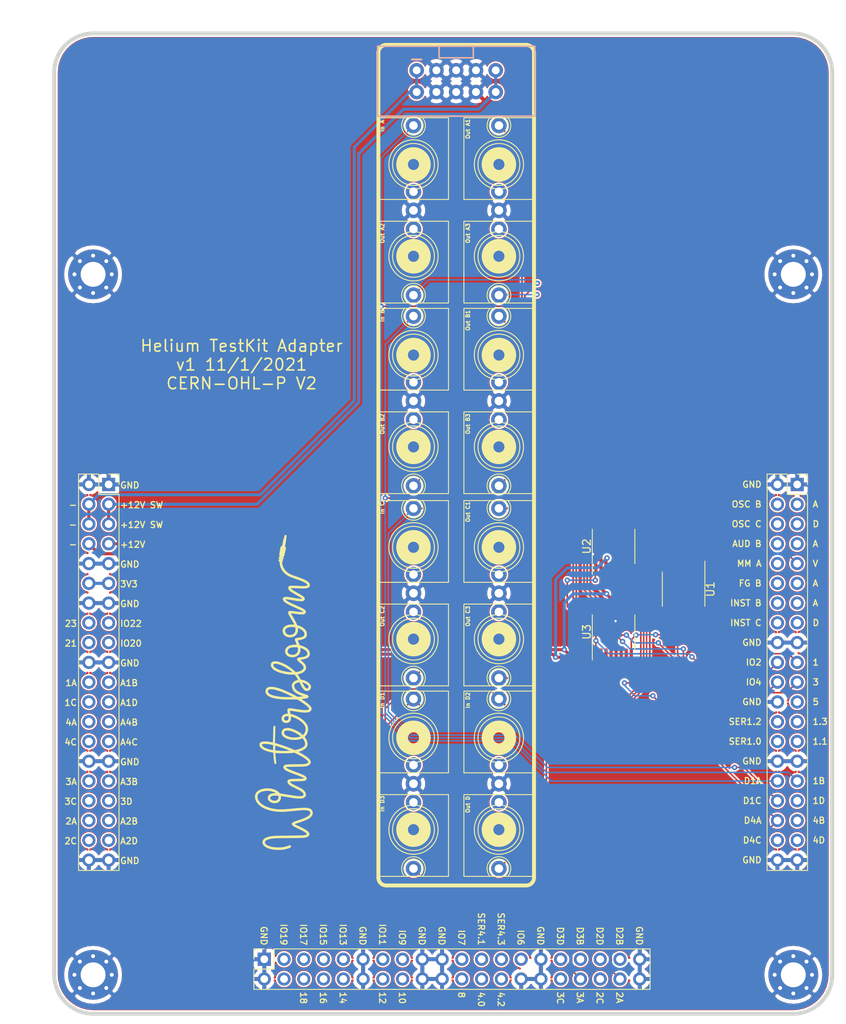
<source format=kicad_pcb>
(kicad_pcb (version 20171130) (host pcbnew "(5.1.10-1-10_14)")
  (title_block (title Helium) (date 2021-10-05) (rev v2) (company Winterbloom) (comment 1 "Alethea Flowers") (comment 2 "CERN-OHL-P V2") (comment 3 helium.wntr.dev))
  (layers (0 F.Cu signal) (31 B.Cu signal) (34 B.Paste user) (35 F.Paste user) (36 B.SilkS user) (37 F.SilkS user) (38 B.Mask user) (39 F.Mask user) (44 Edge.Cuts user))
  (net 0 "")
  (net 1 +12V)
  (net 2 -12V)
  (net 3 +3V3)
  (net 4 GND)
  (net 5 SERIAL1.3)
  (net 6 SERIAL1.2)
  (net 7 SERIAL1.1)
  (net 8 SERIAL1.0)
  (net 9 +12VDOWNSTREAM)
  (net 10 -12VDOWNSTREAM)
  (net 11 /DAC_4D)
  (net 12 /DAC_2D)
  (net 13 /DAC_4C)
  (net 14 /DAC_2C)
  (net 15 /DAC_4B)
  (net 16 /DAC_2B)
  (net 17 /DAC_4A)
  (net 18 /DAC_2A)
  (net 19 /DAC_3D)
  (net 20 /DAC_1D)
  (net 21 /DAC_3C)
  (net 22 /DAC_1C)
  (net 23 /DAC_3B)
  (net 24 /DAC_1B)
  (net 25 /DAC_3A)
  (net 26 /DAC_1A)
  (net 27 SERIAL4.3)
  (net 28 SERIAL4.2)
  (net 29 SERIAL4.1)
  (net 30 SERIAL4.0)
  (net 31 /EXT_FG_B)
  (net 32 /EXT_FG_A)
  (net 33 /EXT_MM_A)
  (net 34 /EXT_MM_V)
  (net 35 /EXT_AUDIO_B)
  (net 36 /EXT_AUDIO_A)
  (net 37 /EXT_OSC_C)
  (net 38 /EXT_OSC_D)
  (net 39 /EXT_OSC_B)
  (net 40 /EXT_OSC_A)
  (net 41 /IO5)
  (net 42 /IO4)
  (net 43 /IO3)
  (net 44 /IO2)
  (net 45 /IO1)
  (net 46 /ADC_1D)
  (net 47 /ADC_1C)
  (net 48 /ADC_1B)
  (net 49 /ADC_1A)
  (net 50 /ADC_4A)
  (net 51 /ADC_4B)
  (net 52 /ADC_4C)
  (net 53 /ADC_4D)
  (net 54 /ADC_2A)
  (net 55 /ADC_2B)
  (net 56 /ADC_2C)
  (net 57 /ADC_2D)
  (net 58 /ADC_3D)
  (net 59 /ADC_3C)
  (net 60 /ADC_3B)
  (net 61 /ADC_3A)
  (net 62 /IO6)
  (net 63 /IO7)
  (net 64 /IO8)
  (net 65 /IO9)
  (net 66 /IO10)
  (net 67 /IO11)
  (net 68 /IO12)
  (net 69 /IO13)
  (net 70 /IO14)
  (net 71 /IO15)
  (net 72 /IO16)
  (net 73 /IO17)
  (net 74 /IO18)
  (net 75 /IO19)
  (net 76 /IO20)
  (net 77 /IO21)
  (net 78 /IO22)
  (net 79 /IO23)
  (net 80 /EXT_INST_C)
  (net 81 /EXT_INST_D)
  (net 82 /EXT_INST_B)
  (net 83 /EXT_INST_A)
  (net 84 "Net-(J3-PadTN)")
  (net 85 "Net-(J4-PadTN)")
  (net 86 "Net-(J5-PadTN)")
  (net 87 "Net-(J8-PadTN)")
  (net 88 "Net-(J9-PadTN)")
  (net 89 "Net-(J10-PadTN)")
  (net 90 "Net-(J12-PadTN)")
  (net 91 "Net-(J13-PadTN)")
  (net 92 "Net-(J14-PadTN)")
  (net 93 "Net-(J15-PadTN)")
  (net 94 "Net-(J17-PadTN)")
  (net 95 "Net-(BB2-Pad4)")
  (net 96 "Net-(J2-PadTN)")
  (net 97 "Net-(J7-PadTN)")
  (net 98 "Net-(J18-PadTN)")
  (net 99 "Net-(J19-PadTN)")
  (net 100 "Net-(J20-PadTN)")
  (net 101 /OutA1)
  (net 102 /OutA2)
  (net 103 /OutA3)
  (net 104 /OutB1)
  (net 105 /OutB2)
  (net 106 /OutB3)
  (net 107 /OutC1)
  (net 108 /OutC2)
  (net 109 /OutC3)
  (net 110 /OutD)
  (net 111 "Net-(U1-Pad10)")
  (net 112 "Net-(U1-Pad4)")
  (module Package_SO:TSSOP-16_4.4x5mm_P0.65mm (layer F.Cu) (at 146.9 99.95 90)
    (fp_text reference U3 (at 0 -3.45 90) (layer F.SilkS))
    (fp_text value MUX508)
    (pad 16 smd roundrect (at 2.8625 -2.275 90) (size 1.475 0.4) (layers F.Cu F.Paste F.Mask) (net 44 /IO2))
    (pad 15 smd roundrect (at 2.8625 -1.625 90) (size 1.475 0.4) (layers F.Cu F.Paste F.Mask) (net 43 /IO3))
    (pad 14 smd roundrect (at 2.8625 -0.975 90) (size 1.475 0.4) (layers F.Cu F.Paste F.Mask) (net 4 GND))
    (pad 13 smd roundrect (at 2.8625 -0.325 90) (size 1.475 0.4) (layers F.Cu F.Paste F.Mask) (net 1 +12V))
    (pad 12 smd roundrect (at 2.8625 0.325 90) (size 1.475 0.4) (layers F.Cu F.Paste F.Mask) (net 110 /OutD))
    (pad 11 smd roundrect (at 2.8625 0.975 90) (size 1.475 0.4) (layers F.Cu F.Paste F.Mask) (net 18 /DAC_2A))
    (pad 10 smd roundrect (at 2.8625 1.625 90) (size 1.475 0.4) (layers F.Cu F.Paste F.Mask) (net 25 /DAC_3A))
    (pad 9 smd roundrect (at 2.8625 2.275 90) (size 1.475 0.4) (layers F.Cu F.Paste F.Mask) (net 17 /DAC_4A))
    (pad 8 smd roundrect (at -2.8625 2.275 90) (size 1.475 0.4) (layers F.Cu F.Paste F.Mask) (net 111 "Net-(U1-Pad10)"))
    (pad 7 smd roundrect (at -2.8625 1.625 90) (size 1.475 0.4) (layers F.Cu F.Paste F.Mask) (net 109 /OutC3))
    (pad 6 smd roundrect (at -2.8625 0.975 90) (size 1.475 0.4) (layers F.Cu F.Paste F.Mask) (net 108 /OutC2))
    (pad 5 smd roundrect (at -2.8625 0.325 90) (size 1.475 0.4) (layers F.Cu F.Paste F.Mask) (net 107 /OutC1))
    (pad 4 smd roundrect (at -2.8625 -0.325 90) (size 1.475 0.4) (layers F.Cu F.Paste F.Mask) (net 22 /DAC_1C))
    (pad 3 smd roundrect (at -2.8625 -0.975 90) (size 1.475 0.4) (layers F.Cu F.Paste F.Mask) (net 2 -12V))
    (pad 2 smd roundrect (at -2.8625 -1.625 90) (size 1.475 0.4) (layers F.Cu F.Paste F.Mask) (net 1 +12V))
    (pad 1 smd roundrect (at -2.8625 -2.275 90) (size 1.475 0.4) (layers F.Cu F.Paste F.Mask) (net 45 /IO1))
  )
  (module Package_SO:TSSOP-16_4.4x5mm_P0.65mm (layer F.Cu) (at 146.9 88.95 90)
    (fp_text reference U2 (at 0 -3.45 90) (layer F.SilkS))
    (fp_text value MUX508)
    (pad 16 smd roundrect (at 2.8625 -2.275 90) (size 1.475 0.4) (layers F.Cu F.Paste F.Mask) (net 44 /IO2))
    (pad 15 smd roundrect (at 2.8625 -1.625 90) (size 1.475 0.4) (layers F.Cu F.Paste F.Mask) (net 43 /IO3))
    (pad 14 smd roundrect (at 2.8625 -0.975 90) (size 1.475 0.4) (layers F.Cu F.Paste F.Mask) (net 4 GND))
    (pad 13 smd roundrect (at 2.8625 -0.325 90) (size 1.475 0.4) (layers F.Cu F.Paste F.Mask) (net 1 +12V))
    (pad 12 smd roundrect (at 2.8625 0.325 90) (size 1.475 0.4) (layers F.Cu F.Paste F.Mask) (net 24 /DAC_1B))
    (pad 11 smd roundrect (at 2.8625 0.975 90) (size 1.475 0.4) (layers F.Cu F.Paste F.Mask) (net 104 /OutB1))
    (pad 10 smd roundrect (at 2.8625 1.625 90) (size 1.475 0.4) (layers F.Cu F.Paste F.Mask) (net 105 /OutB2))
    (pad 9 smd roundrect (at 2.8625 2.275 90) (size 1.475 0.4) (layers F.Cu F.Paste F.Mask) (net 106 /OutB3))
    (pad 8 smd roundrect (at -2.8625 2.275 90) (size 1.475 0.4) (layers F.Cu F.Paste F.Mask) (net 112 "Net-(U1-Pad4)"))
    (pad 7 smd roundrect (at -2.8625 1.625 90) (size 1.475 0.4) (layers F.Cu F.Paste F.Mask) (net 103 /OutA3))
    (pad 6 smd roundrect (at -2.8625 0.975 90) (size 1.475 0.4) (layers F.Cu F.Paste F.Mask) (net 102 /OutA2))
    (pad 5 smd roundrect (at -2.8625 0.325 90) (size 1.475 0.4) (layers F.Cu F.Paste F.Mask) (net 101 /OutA1))
    (pad 4 smd roundrect (at -2.8625 -0.325 90) (size 1.475 0.4) (layers F.Cu F.Paste F.Mask) (net 26 /DAC_1A))
    (pad 3 smd roundrect (at -2.8625 -0.975 90) (size 1.475 0.4) (layers F.Cu F.Paste F.Mask) (net 2 -12V))
    (pad 2 smd roundrect (at -2.8625 -1.625 90) (size 1.475 0.4) (layers F.Cu F.Paste F.Mask) (net 1 +12V))
    (pad 1 smd roundrect (at -2.8625 -2.275 90) (size 1.475 0.4) (layers F.Cu F.Paste F.Mask) (net 45 /IO1))
  )
  (module Package_SO:TSSOP-16_4.4x5mm_P0.65mm (layer F.Cu) (at 155.9 94.45 270)
    (fp_text reference U1 (at 0 -3.45 90) (layer F.SilkS))
    (fp_text value MUX508)
    (pad 16 smd roundrect (at 2.8625 -2.275 270) (size 1.475 0.4) (layers F.Cu F.Paste F.Mask) (net 4 GND))
    (pad 15 smd roundrect (at 2.8625 -1.625 270) (size 1.475 0.4) (layers F.Cu F.Paste F.Mask) (net 42 /IO4))
    (pad 14 smd roundrect (at 2.8625 -0.975 270) (size 1.475 0.4) (layers F.Cu F.Paste F.Mask) (net 4 GND))
    (pad 13 smd roundrect (at 2.8625 -0.325 270) (size 1.475 0.4) (layers F.Cu F.Paste F.Mask) (net 1 +12V))
    (pad 12 smd roundrect (at 2.8625 0.325 270) (size 1.475 0.4) (layers F.Cu F.Paste F.Mask) (net 111 "Net-(U1-Pad10)"))
    (pad 11 smd roundrect (at 2.8625 0.975 270) (size 1.475 0.4) (layers F.Cu F.Paste F.Mask) (net 111 "Net-(U1-Pad10)"))
    (pad 10 smd roundrect (at 2.8625 1.625 270) (size 1.475 0.4) (layers F.Cu F.Paste F.Mask) (net 111 "Net-(U1-Pad10)"))
    (pad 9 smd roundrect (at 2.8625 2.275 270) (size 1.475 0.4) (layers F.Cu F.Paste F.Mask) (net 111 "Net-(U1-Pad10)"))
    (pad 8 smd roundrect (at -2.8625 2.275 270) (size 1.475 0.4) (layers F.Cu F.Paste F.Mask) (net 34 /EXT_MM_V))
    (pad 7 smd roundrect (at -2.8625 1.625 270) (size 1.475 0.4) (layers F.Cu F.Paste F.Mask) (net 112 "Net-(U1-Pad4)"))
    (pad 6 smd roundrect (at -2.8625 0.975 270) (size 1.475 0.4) (layers F.Cu F.Paste F.Mask) (net 112 "Net-(U1-Pad4)"))
    (pad 5 smd roundrect (at -2.8625 0.325 270) (size 1.475 0.4) (layers F.Cu F.Paste F.Mask) (net 112 "Net-(U1-Pad4)"))
    (pad 4 smd roundrect (at -2.8625 -0.325 270) (size 1.475 0.4) (layers F.Cu F.Paste F.Mask) (net 112 "Net-(U1-Pad4)"))
    (pad 3 smd roundrect (at -2.8625 -0.975 270) (size 1.475 0.4) (layers F.Cu F.Paste F.Mask) (net 2 -12V))
    (pad 2 smd roundrect (at -2.8625 -1.625 270) (size 1.475 0.4) (layers F.Cu F.Paste F.Mask) (net 1 +12V))
    (pad 1 smd roundrect (at -2.8625 -2.275 270) (size 1.475 0.4) (layers F.Cu F.Paste F.Mask) (net 4 GND))
  )
  (module MountingHole:MountingHole_3.2mm_M3_Pad_Via (layer F.Cu) (at 80 54)
    (fp_text reference H1 hide)
    (fp_text value M3 hide)
    (pad 1 thru_hole circle (at 1.697056 -1.697056) (size 0.8 0.8) (drill 0.5) (layers *.Cu *.Mask) (net 4 GND))
    (pad 1 thru_hole circle (at 0 -2.4) (size 0.8 0.8) (drill 0.5) (layers *.Cu *.Mask) (net 4 GND))
    (pad 1 thru_hole circle (at -1.697056 -1.697056) (size 0.8 0.8) (drill 0.5) (layers *.Cu *.Mask) (net 4 GND))
    (pad 1 thru_hole circle (at -2.4 0) (size 0.8 0.8) (drill 0.5) (layers *.Cu *.Mask) (net 4 GND))
    (pad 1 thru_hole circle (at -1.697056 1.697056) (size 0.8 0.8) (drill 0.5) (layers *.Cu *.Mask) (net 4 GND))
    (pad 1 thru_hole circle (at 0 2.4) (size 0.8 0.8) (drill 0.5) (layers *.Cu *.Mask) (net 4 GND))
    (pad 1 thru_hole circle (at 1.697056 1.697056) (size 0.8 0.8) (drill 0.5) (layers *.Cu *.Mask) (net 4 GND))
    (pad 1 thru_hole circle (at 2.4 0) (size 0.8 0.8) (drill 0.5) (layers *.Cu *.Mask) (net 4 GND))
    (pad 1 thru_hole circle (at 0 0) (size 6.4 6.4) (drill 3.2) (layers *.Cu *.Mask) (net 4 GND))
  )
  (module MountingHole:MountingHole_3.2mm_M3_Pad_Via (layer F.Cu) (at 170 144)
    (fp_text reference H4 hide)
    (fp_text value M3 hide)
    (pad 1 thru_hole circle (at 1.697056 -1.697056) (size 0.8 0.8) (drill 0.5) (layers *.Cu *.Mask) (net 4 GND))
    (pad 1 thru_hole circle (at 0 -2.4) (size 0.8 0.8) (drill 0.5) (layers *.Cu *.Mask) (net 4 GND))
    (pad 1 thru_hole circle (at -1.697056 -1.697056) (size 0.8 0.8) (drill 0.5) (layers *.Cu *.Mask) (net 4 GND))
    (pad 1 thru_hole circle (at -2.4 0) (size 0.8 0.8) (drill 0.5) (layers *.Cu *.Mask) (net 4 GND))
    (pad 1 thru_hole circle (at -1.697056 1.697056) (size 0.8 0.8) (drill 0.5) (layers *.Cu *.Mask) (net 4 GND))
    (pad 1 thru_hole circle (at 0 2.4) (size 0.8 0.8) (drill 0.5) (layers *.Cu *.Mask) (net 4 GND))
    (pad 1 thru_hole circle (at 1.697056 1.697056) (size 0.8 0.8) (drill 0.5) (layers *.Cu *.Mask) (net 4 GND))
    (pad 1 thru_hole circle (at 2.4 0) (size 0.8 0.8) (drill 0.5) (layers *.Cu *.Mask) (net 4 GND))
    (pad 1 thru_hole circle (at 0 0) (size 6.4 6.4) (drill 3.2) (layers *.Cu *.Mask) (net 4 GND))
  )
  (module MountingHole:MountingHole_3.2mm_M3_Pad_Via (layer F.Cu) (at 170 54)
    (fp_text reference H3 hide)
    (fp_text value M3 hide)
    (pad 1 thru_hole circle (at 1.697056 -1.697056) (size 0.8 0.8) (drill 0.5) (layers *.Cu *.Mask) (net 4 GND))
    (pad 1 thru_hole circle (at 0 -2.4) (size 0.8 0.8) (drill 0.5) (layers *.Cu *.Mask) (net 4 GND))
    (pad 1 thru_hole circle (at -1.697056 -1.697056) (size 0.8 0.8) (drill 0.5) (layers *.Cu *.Mask) (net 4 GND))
    (pad 1 thru_hole circle (at -2.4 0) (size 0.8 0.8) (drill 0.5) (layers *.Cu *.Mask) (net 4 GND))
    (pad 1 thru_hole circle (at -1.697056 1.697056) (size 0.8 0.8) (drill 0.5) (layers *.Cu *.Mask) (net 4 GND))
    (pad 1 thru_hole circle (at 0 2.4) (size 0.8 0.8) (drill 0.5) (layers *.Cu *.Mask) (net 4 GND))
    (pad 1 thru_hole circle (at 1.697056 1.697056) (size 0.8 0.8) (drill 0.5) (layers *.Cu *.Mask) (net 4 GND))
    (pad 1 thru_hole circle (at 2.4 0) (size 0.8 0.8) (drill 0.5) (layers *.Cu *.Mask) (net 4 GND))
    (pad 1 thru_hole circle (at 0 0) (size 6.4 6.4) (drill 3.2) (layers *.Cu *.Mask) (net 4 GND))
  )
  (module MountingHole:MountingHole_3.2mm_M3_Pad_Via (layer F.Cu) (at 80 144)
    (fp_text reference H2 hide)
    (fp_text value M3 hide)
    (pad 1 thru_hole circle (at 1.697056 -1.697056) (size 0.8 0.8) (drill 0.5) (layers *.Cu *.Mask) (net 4 GND))
    (pad 1 thru_hole circle (at 0 -2.4) (size 0.8 0.8) (drill 0.5) (layers *.Cu *.Mask) (net 4 GND))
    (pad 1 thru_hole circle (at -1.697056 -1.697056) (size 0.8 0.8) (drill 0.5) (layers *.Cu *.Mask) (net 4 GND))
    (pad 1 thru_hole circle (at -2.4 0) (size 0.8 0.8) (drill 0.5) (layers *.Cu *.Mask) (net 4 GND))
    (pad 1 thru_hole circle (at -1.697056 1.697056) (size 0.8 0.8) (drill 0.5) (layers *.Cu *.Mask) (net 4 GND))
    (pad 1 thru_hole circle (at 0 2.4) (size 0.8 0.8) (drill 0.5) (layers *.Cu *.Mask) (net 4 GND))
    (pad 1 thru_hole circle (at 1.697056 1.697056) (size 0.8 0.8) (drill 0.5) (layers *.Cu *.Mask) (net 4 GND))
    (pad 1 thru_hole circle (at 2.4 0) (size 0.8 0.8) (drill 0.5) (layers *.Cu *.Mask) (net 4 GND))
    (pad 1 thru_hole circle (at 0 0) (size 6.4 6.4) (drill 3.2) (layers *.Cu *.Mask) (net 4 GND))
  )
  (module winterbloom:Extra_Long_Wiggly_Boi_40mm (layer F.Cu) (at 104.52 107.72 90)
    (fp_text reference G*** hide)
    (fp_text value LOGO hide)
  )
  (module Connector_PinSocket_2.54mm:PinSocket_2x20_P2.54mm_Vertical (layer F.Cu) (at 102 142 90)
    (fp_text reference BB2 hide)
    (fp_text value Bottom hide)
    (pad 40 thru_hole oval (at -2.54 48.26 90) (size 1.7 1.7) (drill 1) (layers *.Cu *.Mask) (net 4 GND))
    (pad 39 thru_hole oval (at 0 48.26 90) (size 1.7 1.7) (drill 1) (layers *.Cu *.Mask) (net 4 GND))
    (pad 38 thru_hole oval (at -2.54 45.72 90) (size 1.7 1.7) (drill 1) (layers *.Cu *.Mask) (net 18 /DAC_2A))
    (pad 37 thru_hole oval (at 0 45.72 90) (size 1.7 1.7) (drill 1) (layers *.Cu *.Mask) (net 16 /DAC_2B))
    (pad 36 thru_hole oval (at -2.54 43.18 90) (size 1.7 1.7) (drill 1) (layers *.Cu *.Mask) (net 14 /DAC_2C))
    (pad 35 thru_hole oval (at 0 43.18 90) (size 1.7 1.7) (drill 1) (layers *.Cu *.Mask) (net 12 /DAC_2D))
    (pad 34 thru_hole oval (at -2.54 40.64 90) (size 1.7 1.7) (drill 1) (layers *.Cu *.Mask) (net 25 /DAC_3A))
    (pad 33 thru_hole oval (at 0 40.64 90) (size 1.7 1.7) (drill 1) (layers *.Cu *.Mask) (net 23 /DAC_3B))
    (pad 32 thru_hole oval (at -2.54 38.1 90) (size 1.7 1.7) (drill 1) (layers *.Cu *.Mask) (net 21 /DAC_3C))
    (pad 31 thru_hole oval (at 0 38.1 90) (size 1.7 1.7) (drill 1) (layers *.Cu *.Mask) (net 19 /DAC_3D))
    (pad 30 thru_hole oval (at -2.54 35.56 90) (size 1.7 1.7) (drill 1) (layers *.Cu *.Mask) (net 4 GND))
    (pad 29 thru_hole oval (at 0 35.56 90) (size 1.7 1.7) (drill 1) (layers *.Cu *.Mask) (net 4 GND))
    (pad 28 thru_hole oval (at -2.54 33.02 90) (size 1.7 1.7) (drill 1) (layers *.Cu *.Mask) (net 4 GND))
    (pad 27 thru_hole oval (at 0 33.02 90) (size 1.7 1.7) (drill 1) (layers *.Cu *.Mask) (net 62 /IO6))
    (pad 26 thru_hole oval (at -2.54 30.48 90) (size 1.7 1.7) (drill 1) (layers *.Cu *.Mask) (net 28 SERIAL4.2))
    (pad 25 thru_hole oval (at 0 30.48 90) (size 1.7 1.7) (drill 1) (layers *.Cu *.Mask) (net 27 SERIAL4.3))
    (pad 24 thru_hole oval (at -2.54 27.94 90) (size 1.7 1.7) (drill 1) (layers *.Cu *.Mask) (net 30 SERIAL4.0))
    (pad 23 thru_hole oval (at 0 27.94 90) (size 1.7 1.7) (drill 1) (layers *.Cu *.Mask) (net 29 SERIAL4.1))
    (pad 22 thru_hole oval (at -2.54 25.4 90) (size 1.7 1.7) (drill 1) (layers *.Cu *.Mask) (net 64 /IO8))
    (pad 21 thru_hole oval (at 0 25.4 90) (size 1.7 1.7) (drill 1) (layers *.Cu *.Mask) (net 63 /IO7))
    (pad 20 thru_hole oval (at -2.54 22.86 90) (size 1.7 1.7) (drill 1) (layers *.Cu *.Mask) (net 4 GND))
    (pad 19 thru_hole oval (at 0 22.86 90) (size 1.7 1.7) (drill 1) (layers *.Cu *.Mask) (net 4 GND))
    (pad 18 thru_hole oval (at -2.54 20.32 90) (size 1.7 1.7) (drill 1) (layers *.Cu *.Mask) (net 4 GND))
    (pad 17 thru_hole oval (at 0 20.32 90) (size 1.7 1.7) (drill 1) (layers *.Cu *.Mask) (net 4 GND))
    (pad 16 thru_hole oval (at -2.54 17.78 90) (size 1.7 1.7) (drill 1) (layers *.Cu *.Mask) (net 66 /IO10))
    (pad 15 thru_hole oval (at 0 17.78 90) (size 1.7 1.7) (drill 1) (layers *.Cu *.Mask) (net 65 /IO9))
    (pad 14 thru_hole oval (at -2.54 15.24 90) (size 1.7 1.7) (drill 1) (layers *.Cu *.Mask) (net 68 /IO12))
    (pad 13 thru_hole oval (at 0 15.24 90) (size 1.7 1.7) (drill 1) (layers *.Cu *.Mask) (net 67 /IO11))
    (pad 12 thru_hole oval (at -2.54 12.7 90) (size 1.7 1.7) (drill 1) (layers *.Cu *.Mask) (net 4 GND))
    (pad 11 thru_hole oval (at 0 12.7 90) (size 1.7 1.7) (drill 1) (layers *.Cu *.Mask) (net 4 GND))
    (pad 10 thru_hole oval (at -2.54 10.16 90) (size 1.7 1.7) (drill 1) (layers *.Cu *.Mask) (net 70 /IO14))
    (pad 9 thru_hole oval (at 0 10.16 90) (size 1.7 1.7) (drill 1) (layers *.Cu *.Mask) (net 69 /IO13))
    (pad 8 thru_hole oval (at -2.54 7.62 90) (size 1.7 1.7) (drill 1) (layers *.Cu *.Mask) (net 72 /IO16))
    (pad 7 thru_hole oval (at 0 7.62 90) (size 1.7 1.7) (drill 1) (layers *.Cu *.Mask) (net 71 /IO15))
    (pad 6 thru_hole oval (at -2.54 5.08 90) (size 1.7 1.7) (drill 1) (layers *.Cu *.Mask) (net 74 /IO18))
    (pad 5 thru_hole oval (at 0 5.08 90) (size 1.7 1.7) (drill 1) (layers *.Cu *.Mask) (net 73 /IO17))
    (pad 4 thru_hole oval (at -2.54 2.54 90) (size 1.7 1.7) (drill 1) (layers *.Cu *.Mask) (net 95 "Net-(BB2-Pad4)"))
    (pad 3 thru_hole oval (at 0 2.54 90) (size 1.7 1.7) (drill 1) (layers *.Cu *.Mask) (net 75 /IO19))
    (pad 2 thru_hole oval (at -2.54 0 90) (size 1.7 1.7) (drill 1) (layers *.Cu *.Mask) (net 4 GND))
    (pad 1 thru_hole rect (at 0 0 90) (size 1.7 1.7) (drill 1) (layers *.Cu *.Mask) (net 4 GND))
  )
  (module Connector_PinSocket_2.54mm:PinSocket_2x20_P2.54mm_Vertical (layer F.Cu) (at 170.5 81)
    (fp_text reference BB3 hide)
    (fp_text value Right hide)
    (pad 40 thru_hole oval (at -2.54 48.26) (size 1.7 1.7) (drill 1) (layers *.Cu *.Mask) (net 4 GND))
    (pad 39 thru_hole oval (at 0 48.26) (size 1.7 1.7) (drill 1) (layers *.Cu *.Mask) (net 4 GND))
    (pad 38 thru_hole oval (at -2.54 45.72) (size 1.7 1.7) (drill 1) (layers *.Cu *.Mask) (net 13 /DAC_4C))
    (pad 37 thru_hole oval (at 0 45.72) (size 1.7 1.7) (drill 1) (layers *.Cu *.Mask) (net 11 /DAC_4D))
    (pad 36 thru_hole oval (at -2.54 43.18) (size 1.7 1.7) (drill 1) (layers *.Cu *.Mask) (net 17 /DAC_4A))
    (pad 35 thru_hole oval (at 0 43.18) (size 1.7 1.7) (drill 1) (layers *.Cu *.Mask) (net 15 /DAC_4B))
    (pad 34 thru_hole oval (at -2.54 40.64) (size 1.7 1.7) (drill 1) (layers *.Cu *.Mask) (net 22 /DAC_1C))
    (pad 33 thru_hole oval (at 0 40.64) (size 1.7 1.7) (drill 1) (layers *.Cu *.Mask) (net 20 /DAC_1D))
    (pad 32 thru_hole oval (at -2.54 38.1) (size 1.7 1.7) (drill 1) (layers *.Cu *.Mask) (net 26 /DAC_1A))
    (pad 31 thru_hole oval (at 0 38.1) (size 1.7 1.7) (drill 1) (layers *.Cu *.Mask) (net 24 /DAC_1B))
    (pad 30 thru_hole oval (at -2.54 35.56) (size 1.7 1.7) (drill 1) (layers *.Cu *.Mask) (net 4 GND))
    (pad 29 thru_hole oval (at 0 35.56) (size 1.7 1.7) (drill 1) (layers *.Cu *.Mask) (net 4 GND))
    (pad 28 thru_hole oval (at -2.54 33.02) (size 1.7 1.7) (drill 1) (layers *.Cu *.Mask) (net 8 SERIAL1.0))
    (pad 27 thru_hole oval (at 0 33.02) (size 1.7 1.7) (drill 1) (layers *.Cu *.Mask) (net 7 SERIAL1.1))
    (pad 26 thru_hole oval (at -2.54 30.48) (size 1.7 1.7) (drill 1) (layers *.Cu *.Mask) (net 6 SERIAL1.2))
    (pad 25 thru_hole oval (at 0 30.48) (size 1.7 1.7) (drill 1) (layers *.Cu *.Mask) (net 5 SERIAL1.3))
    (pad 24 thru_hole oval (at -2.54 27.94) (size 1.7 1.7) (drill 1) (layers *.Cu *.Mask) (net 4 GND))
    (pad 23 thru_hole oval (at 0 27.94) (size 1.7 1.7) (drill 1) (layers *.Cu *.Mask) (net 41 /IO5))
    (pad 22 thru_hole oval (at -2.54 25.4) (size 1.7 1.7) (drill 1) (layers *.Cu *.Mask) (net 42 /IO4))
    (pad 21 thru_hole oval (at 0 25.4) (size 1.7 1.7) (drill 1) (layers *.Cu *.Mask) (net 43 /IO3))
    (pad 20 thru_hole oval (at -2.54 22.86) (size 1.7 1.7) (drill 1) (layers *.Cu *.Mask) (net 44 /IO2))
    (pad 19 thru_hole oval (at 0 22.86) (size 1.7 1.7) (drill 1) (layers *.Cu *.Mask) (net 45 /IO1))
    (pad 18 thru_hole oval (at -2.54 20.32) (size 1.7 1.7) (drill 1) (layers *.Cu *.Mask) (net 4 GND))
    (pad 17 thru_hole oval (at 0 20.32) (size 1.7 1.7) (drill 1) (layers *.Cu *.Mask) (net 4 GND))
    (pad 16 thru_hole oval (at -2.54 17.78) (size 1.7 1.7) (drill 1) (layers *.Cu *.Mask) (net 80 /EXT_INST_C))
    (pad 15 thru_hole oval (at 0 17.78) (size 1.7 1.7) (drill 1) (layers *.Cu *.Mask) (net 81 /EXT_INST_D))
    (pad 14 thru_hole oval (at -2.54 15.24) (size 1.7 1.7) (drill 1) (layers *.Cu *.Mask) (net 82 /EXT_INST_B))
    (pad 13 thru_hole oval (at 0 15.24) (size 1.7 1.7) (drill 1) (layers *.Cu *.Mask) (net 83 /EXT_INST_A))
    (pad 12 thru_hole oval (at -2.54 12.7) (size 1.7 1.7) (drill 1) (layers *.Cu *.Mask) (net 31 /EXT_FG_B))
    (pad 11 thru_hole oval (at 0 12.7) (size 1.7 1.7) (drill 1) (layers *.Cu *.Mask) (net 32 /EXT_FG_A))
    (pad 10 thru_hole oval (at -2.54 10.16) (size 1.7 1.7) (drill 1) (layers *.Cu *.Mask) (net 33 /EXT_MM_A))
    (pad 9 thru_hole oval (at 0 10.16) (size 1.7 1.7) (drill 1) (layers *.Cu *.Mask) (net 34 /EXT_MM_V))
    (pad 8 thru_hole oval (at -2.54 7.62) (size 1.7 1.7) (drill 1) (layers *.Cu *.Mask) (net 35 /EXT_AUDIO_B))
    (pad 7 thru_hole oval (at 0 7.62) (size 1.7 1.7) (drill 1) (layers *.Cu *.Mask) (net 36 /EXT_AUDIO_A))
    (pad 6 thru_hole oval (at -2.54 5.08) (size 1.7 1.7) (drill 1) (layers *.Cu *.Mask) (net 37 /EXT_OSC_C))
    (pad 5 thru_hole oval (at 0 5.08) (size 1.7 1.7) (drill 1) (layers *.Cu *.Mask) (net 38 /EXT_OSC_D))
    (pad 4 thru_hole oval (at -2.54 2.54) (size 1.7 1.7) (drill 1) (layers *.Cu *.Mask) (net 39 /EXT_OSC_B))
    (pad 3 thru_hole oval (at 0 2.54) (size 1.7 1.7) (drill 1) (layers *.Cu *.Mask) (net 40 /EXT_OSC_A))
    (pad 2 thru_hole oval (at -2.54 0) (size 1.7 1.7) (drill 1) (layers *.Cu *.Mask) (net 4 GND))
    (pad 1 thru_hole rect (at 0 0) (size 1.7 1.7) (drill 1) (layers *.Cu *.Mask) (net 4 GND))
  )
  (module Connector_PinSocket_2.54mm:PinSocket_2x20_P2.54mm_Vertical (layer F.Cu) (at 82 81)
    (fp_text reference BB1 hide)
    (fp_text value Left hide)
    (pad 40 thru_hole oval (at -2.54 48.26) (size 1.7 1.7) (drill 1) (layers *.Cu *.Mask) (net 4 GND))
    (pad 39 thru_hole oval (at 0 48.26) (size 1.7 1.7) (drill 1) (layers *.Cu *.Mask) (net 4 GND))
    (pad 38 thru_hole oval (at -2.54 45.72) (size 1.7 1.7) (drill 1) (layers *.Cu *.Mask) (net 56 /ADC_2C))
    (pad 37 thru_hole oval (at 0 45.72) (size 1.7 1.7) (drill 1) (layers *.Cu *.Mask) (net 57 /ADC_2D))
    (pad 36 thru_hole oval (at -2.54 43.18) (size 1.7 1.7) (drill 1) (layers *.Cu *.Mask) (net 54 /ADC_2A))
    (pad 35 thru_hole oval (at 0 43.18) (size 1.7 1.7) (drill 1) (layers *.Cu *.Mask) (net 55 /ADC_2B))
    (pad 34 thru_hole oval (at -2.54 40.64) (size 1.7 1.7) (drill 1) (layers *.Cu *.Mask) (net 59 /ADC_3C))
    (pad 33 thru_hole oval (at 0 40.64) (size 1.7 1.7) (drill 1) (layers *.Cu *.Mask) (net 58 /ADC_3D))
    (pad 32 thru_hole oval (at -2.54 38.1) (size 1.7 1.7) (drill 1) (layers *.Cu *.Mask) (net 61 /ADC_3A))
    (pad 31 thru_hole oval (at 0 38.1) (size 1.7 1.7) (drill 1) (layers *.Cu *.Mask) (net 60 /ADC_3B))
    (pad 30 thru_hole oval (at -2.54 35.56) (size 1.7 1.7) (drill 1) (layers *.Cu *.Mask) (net 4 GND))
    (pad 29 thru_hole oval (at 0 35.56) (size 1.7 1.7) (drill 1) (layers *.Cu *.Mask) (net 4 GND))
    (pad 28 thru_hole oval (at -2.54 33.02) (size 1.7 1.7) (drill 1) (layers *.Cu *.Mask) (net 52 /ADC_4C))
    (pad 27 thru_hole oval (at 0 33.02) (size 1.7 1.7) (drill 1) (layers *.Cu *.Mask) (net 53 /ADC_4D))
    (pad 26 thru_hole oval (at -2.54 30.48) (size 1.7 1.7) (drill 1) (layers *.Cu *.Mask) (net 50 /ADC_4A))
    (pad 25 thru_hole oval (at 0 30.48) (size 1.7 1.7) (drill 1) (layers *.Cu *.Mask) (net 51 /ADC_4B))
    (pad 24 thru_hole oval (at -2.54 27.94) (size 1.7 1.7) (drill 1) (layers *.Cu *.Mask) (net 47 /ADC_1C))
    (pad 23 thru_hole oval (at 0 27.94) (size 1.7 1.7) (drill 1) (layers *.Cu *.Mask) (net 46 /ADC_1D))
    (pad 22 thru_hole oval (at -2.54 25.4) (size 1.7 1.7) (drill 1) (layers *.Cu *.Mask) (net 49 /ADC_1A))
    (pad 21 thru_hole oval (at 0 25.4) (size 1.7 1.7) (drill 1) (layers *.Cu *.Mask) (net 48 /ADC_1B))
    (pad 20 thru_hole oval (at -2.54 22.86) (size 1.7 1.7) (drill 1) (layers *.Cu *.Mask) (net 4 GND))
    (pad 19 thru_hole oval (at 0 22.86) (size 1.7 1.7) (drill 1) (layers *.Cu *.Mask) (net 4 GND))
    (pad 18 thru_hole oval (at -2.54 20.32) (size 1.7 1.7) (drill 1) (layers *.Cu *.Mask) (net 77 /IO21))
    (pad 17 thru_hole oval (at 0 20.32) (size 1.7 1.7) (drill 1) (layers *.Cu *.Mask) (net 76 /IO20))
    (pad 16 thru_hole oval (at -2.54 17.78) (size 1.7 1.7) (drill 1) (layers *.Cu *.Mask) (net 79 /IO23))
    (pad 15 thru_hole oval (at 0 17.78) (size 1.7 1.7) (drill 1) (layers *.Cu *.Mask) (net 78 /IO22))
    (pad 14 thru_hole oval (at -2.54 15.24) (size 1.7 1.7) (drill 1) (layers *.Cu *.Mask) (net 4 GND))
    (pad 13 thru_hole oval (at 0 15.24) (size 1.7 1.7) (drill 1) (layers *.Cu *.Mask) (net 4 GND))
    (pad 12 thru_hole oval (at -2.54 12.7) (size 1.7 1.7) (drill 1) (layers *.Cu *.Mask) (net 3 +3V3))
    (pad 11 thru_hole oval (at 0 12.7) (size 1.7 1.7) (drill 1) (layers *.Cu *.Mask) (net 3 +3V3))
    (pad 10 thru_hole oval (at -2.54 10.16) (size 1.7 1.7) (drill 1) (layers *.Cu *.Mask) (net 4 GND))
    (pad 9 thru_hole oval (at 0 10.16) (size 1.7 1.7) (drill 1) (layers *.Cu *.Mask) (net 4 GND))
    (pad 8 thru_hole oval (at -2.54 7.62) (size 1.7 1.7) (drill 1) (layers *.Cu *.Mask) (net 2 -12V))
    (pad 7 thru_hole oval (at 0 7.62) (size 1.7 1.7) (drill 1) (layers *.Cu *.Mask) (net 1 +12V))
    (pad 6 thru_hole oval (at -2.54 5.08) (size 1.7 1.7) (drill 1) (layers *.Cu *.Mask) (net 10 -12VDOWNSTREAM))
    (pad 5 thru_hole oval (at 0 5.08) (size 1.7 1.7) (drill 1) (layers *.Cu *.Mask) (net 9 +12VDOWNSTREAM))
    (pad 4 thru_hole oval (at -2.54 2.54) (size 1.7 1.7) (drill 1) (layers *.Cu *.Mask) (net 10 -12VDOWNSTREAM))
    (pad 3 thru_hole oval (at 0 2.54) (size 1.7 1.7) (drill 1) (layers *.Cu *.Mask) (net 9 +12VDOWNSTREAM))
    (pad 2 thru_hole oval (at -2.54 0) (size 1.7 1.7) (drill 1) (layers *.Cu *.Mask) (net 4 GND))
    (pad 1 thru_hole rect (at 0 0) (size 1.7 1.7) (drill 1) (layers *.Cu *.Mask) (net 4 GND))
  )
  (module winterbloom:WQP-WQP518MA-skinny (layer F.Cu) (at 121.18 125.35 180)
    (fp_text reference J20 hide)
    (fp_text value "In D3" (at 4.01 3.33 270) (layer F.SilkS) (effects (font (size 0.5 0.5) (thickness 0.125))))
    (pad S thru_hole circle (at 0 5.9 180) (size 2 2) (drill 1.1) (layers *.Cu *.Mask) (net 4 GND))
    (pad TN thru_hole circle (at 0 3.5 180) (size 2 2) (drill 1.1) (layers *.Cu *.Mask) (net 100 "Net-(J20-PadTN)"))
    (pad T thru_hole circle (at 0 -5 180) (size 2 2) (drill 1.1) (layers *.Cu *.Mask) (net 17 /DAC_4A))
  )
  (module winterbloom:WQP-WQP518MA-skinny (layer F.Cu) (at 132.16 113.55)
    (fp_text reference J19 hide)
    (fp_text value "In D2" (at -3.99 -4.83 270) (layer F.SilkS) (effects (font (size 0.5 0.5) (thickness 0.125))))
    (pad S thru_hole circle (at 0 5.9) (size 2 2) (drill 1.1) (layers *.Cu *.Mask) (net 4 GND))
    (pad TN thru_hole circle (at 0 3.5) (size 2 2) (drill 1.1) (layers *.Cu *.Mask) (net 99 "Net-(J19-PadTN)"))
    (pad T thru_hole circle (at 0 -5) (size 2 2) (drill 1.1) (layers *.Cu *.Mask) (net 25 /DAC_3A))
  )
  (module winterbloom:WQP-WQP518MA-skinny (layer F.Cu) (at 121.18 113.55)
    (fp_text reference J18 hide)
    (fp_text value "In D1" (at -4.01 -4.83 270) (layer F.SilkS) (effects (font (size 0.5 0.5) (thickness 0.125))))
    (pad S thru_hole circle (at 0 5.9) (size 2 2) (drill 1.1) (layers *.Cu *.Mask) (net 4 GND))
    (pad TN thru_hole circle (at 0 3.5) (size 2 2) (drill 1.1) (layers *.Cu *.Mask) (net 98 "Net-(J18-PadTN)"))
    (pad T thru_hole circle (at 0 -5) (size 2 2) (drill 1.1) (layers *.Cu *.Mask) (net 18 /DAC_2A))
  )
  (module winterbloom:WQP-WQP518MA-skinny (layer F.Cu) (at 132.16 125.35 180)
    (fp_text reference J17 hide)
    (fp_text value "Out D" (at 3.99 3.23 270) (layer F.SilkS) (effects (font (size 0.5 0.5) (thickness 0.125))))
    (pad S thru_hole circle (at 0 5.9 180) (size 2 2) (drill 1.1) (layers *.Cu *.Mask) (net 4 GND))
    (pad TN thru_hole circle (at 0 3.5 180) (size 2 2) (drill 1.1) (layers *.Cu *.Mask) (net 94 "Net-(J17-PadTN)"))
    (pad T thru_hole circle (at 0 -5 180) (size 2 2) (drill 1.1) (layers *.Cu *.Mask) (net 110 /OutD))
  )
  (module winterbloom:WQP-WQP518MA-skinny (layer F.Cu) (at 132.16 100.87 180)
    (fp_text reference J15 hide)
    (fp_text value "Out C3" (at 3.99 2.95 270) (layer F.SilkS) (effects (font (size 0.5 0.5) (thickness 0.125))))
    (pad S thru_hole circle (at 0 5.9 180) (size 2 2) (drill 1.1) (layers *.Cu *.Mask) (net 4 GND))
    (pad TN thru_hole circle (at 0 3.5 180) (size 2 2) (drill 1.1) (layers *.Cu *.Mask) (net 93 "Net-(J15-PadTN)"))
    (pad T thru_hole circle (at 0 -5 180) (size 2 2) (drill 1.1) (layers *.Cu *.Mask) (net 109 /OutC3))
  )
  (module winterbloom:WQP-WQP518MA-skinny (layer F.Cu) (at 121.18 100.87 180)
    (fp_text reference J14 hide)
    (fp_text value "Out C2" (at 4.01 2.95 270) (layer F.SilkS) (effects (font (size 0.5 0.5) (thickness 0.125))))
    (pad S thru_hole circle (at 0 5.9 180) (size 2 2) (drill 1.1) (layers *.Cu *.Mask) (net 4 GND))
    (pad TN thru_hole circle (at 0 3.5 180) (size 2 2) (drill 1.1) (layers *.Cu *.Mask) (net 92 "Net-(J14-PadTN)"))
    (pad T thru_hole circle (at 0 -5 180) (size 2 2) (drill 1.1) (layers *.Cu *.Mask) (net 108 /OutC2))
  )
  (module winterbloom:WQP-WQP518MA-skinny (layer F.Cu) (at 132.16 89.07)
    (fp_text reference J13 hide)
    (fp_text value "Out C1" (at -3.99 -4.55 270) (layer F.SilkS) (effects (font (size 0.5 0.5) (thickness 0.125))))
    (pad S thru_hole circle (at 0 5.9) (size 2 2) (drill 1.1) (layers *.Cu *.Mask) (net 4 GND))
    (pad TN thru_hole circle (at 0 3.5) (size 2 2) (drill 1.1) (layers *.Cu *.Mask) (net 91 "Net-(J13-PadTN)"))
    (pad T thru_hole circle (at 0 -5) (size 2 2) (drill 1.1) (layers *.Cu *.Mask) (net 107 /OutC1))
  )
  (module winterbloom:WQP-WQP518MA-skinny (layer F.Cu) (at 121.18 89.07)
    (fp_text reference J12 hide)
    (fp_text value "In C" (at -4.01 -5.05 270) (layer F.SilkS) (effects (font (size 0.5 0.5) (thickness 0.125))))
    (pad S thru_hole circle (at 0 5.9) (size 2 2) (drill 1.1) (layers *.Cu *.Mask) (net 4 GND))
    (pad TN thru_hole circle (at 0 3.5) (size 2 2) (drill 1.1) (layers *.Cu *.Mask) (net 90 "Net-(J12-PadTN)"))
    (pad T thru_hole circle (at 0 -5) (size 2 2) (drill 1.1) (layers *.Cu *.Mask) (net 22 /DAC_1C))
  )
  (module winterbloom:WQP-WQP518MA-skinny (layer F.Cu) (at 132.16 64.37)
    (fp_text reference J8 hide)
    (fp_text value "Out B1" (at -3.99 -4.45 270) (layer F.SilkS) (effects (font (size 0.5 0.5) (thickness 0.125))))
    (pad S thru_hole circle (at 0 5.9) (size 2 2) (drill 1.1) (layers *.Cu *.Mask) (net 4 GND))
    (pad TN thru_hole circle (at 0 3.5) (size 2 2) (drill 1.1) (layers *.Cu *.Mask) (net 87 "Net-(J8-PadTN)"))
    (pad T thru_hole circle (at 0 -5) (size 2 2) (drill 1.1) (layers *.Cu *.Mask) (net 104 /OutB1))
  )
  (module winterbloom:WQP-WQP518MA-skinny (layer F.Cu) (at 132.16 76.17 180)
    (fp_text reference J10 hide)
    (fp_text value "Out B3" (at 3.99 2.95 270) (layer F.SilkS) (effects (font (size 0.5 0.5) (thickness 0.125))))
    (pad S thru_hole circle (at 0 5.9 180) (size 2 2) (drill 1.1) (layers *.Cu *.Mask) (net 4 GND))
    (pad TN thru_hole circle (at 0 3.5 180) (size 2 2) (drill 1.1) (layers *.Cu *.Mask) (net 89 "Net-(J10-PadTN)"))
    (pad T thru_hole circle (at 0 -5 180) (size 2 2) (drill 1.1) (layers *.Cu *.Mask) (net 106 /OutB3))
  )
  (module winterbloom:WQP-WQP518MA-skinny (layer F.Cu) (at 121.18 76.17 180)
    (fp_text reference J9 hide)
    (fp_text value "Out B2" (at 4.01 2.95 270) (layer F.SilkS) (effects (font (size 0.5 0.5) (thickness 0.125))))
    (pad S thru_hole circle (at 0 5.9 180) (size 2 2) (drill 1.1) (layers *.Cu *.Mask) (net 4 GND))
    (pad TN thru_hole circle (at 0 3.5 180) (size 2 2) (drill 1.1) (layers *.Cu *.Mask) (net 88 "Net-(J9-PadTN)"))
    (pad T thru_hole circle (at 0 -5 180) (size 2 2) (drill 1.1) (layers *.Cu *.Mask) (net 105 /OutB2))
  )
  (module winterbloom:WQP-WQP518MA-skinny (layer F.Cu) (at 121.18 64.37)
    (fp_text reference J7 hide)
    (fp_text value "In B" (at -4.01 -5.05 270) (layer F.SilkS) (effects (font (size 0.5 0.5) (thickness 0.125))))
    (pad S thru_hole circle (at 0 5.9) (size 2 2) (drill 1.1) (layers *.Cu *.Mask) (net 4 GND))
    (pad TN thru_hole circle (at 0 3.5) (size 2 2) (drill 1.1) (layers *.Cu *.Mask) (net 97 "Net-(J7-PadTN)"))
    (pad T thru_hole circle (at 0 -5) (size 2 2) (drill 1.1) (layers *.Cu *.Mask) (net 24 /DAC_1B))
  )
  (module winterbloom:WQP-WQP518MA-skinny (layer F.Cu) (at 132.16 51.68 180)
    (fp_text reference J5 hide)
    (fp_text value "Out A3" (at 3.99 2.96 270) (layer F.SilkS) (effects (font (size 0.5 0.5) (thickness 0.125))))
    (pad S thru_hole circle (at 0 5.9 180) (size 2 2) (drill 1.1) (layers *.Cu *.Mask) (net 4 GND))
    (pad TN thru_hole circle (at 0 3.5 180) (size 2 2) (drill 1.1) (layers *.Cu *.Mask) (net 86 "Net-(J5-PadTN)"))
    (pad T thru_hole circle (at 0 -5 180) (size 2 2) (drill 1.1) (layers *.Cu *.Mask) (net 103 /OutA3))
  )
  (module winterbloom:WQP-WQP518MA-skinny (layer F.Cu) (at 121.18 51.68 180)
    (fp_text reference J4 hide)
    (fp_text value "Out A2" (at 4.01 2.96 270) (layer F.SilkS) (effects (font (size 0.5 0.5) (thickness 0.125))))
    (pad S thru_hole circle (at 0 5.9 180) (size 2 2) (drill 1.1) (layers *.Cu *.Mask) (net 4 GND))
    (pad TN thru_hole circle (at 0 3.5 180) (size 2 2) (drill 1.1) (layers *.Cu *.Mask) (net 85 "Net-(J4-PadTN)"))
    (pad T thru_hole circle (at 0 -5 180) (size 2 2) (drill 1.1) (layers *.Cu *.Mask) (net 102 /OutA2))
  )
  (module winterbloom:WQP-WQP518MA-skinny (layer F.Cu) (at 132.16 39.88)
    (fp_text reference J3 hide)
    (fp_text value "Out A1" (at -3.99 -4.56 270) (layer F.SilkS) (effects (font (size 0.5 0.5) (thickness 0.125))))
    (pad S thru_hole circle (at 0 5.9) (size 2 2) (drill 1.1) (layers *.Cu *.Mask) (net 4 GND))
    (pad TN thru_hole circle (at 0 3.5) (size 2 2) (drill 1.1) (layers *.Cu *.Mask) (net 84 "Net-(J3-PadTN)"))
    (pad T thru_hole circle (at 0 -5) (size 2 2) (drill 1.1) (layers *.Cu *.Mask) (net 101 /OutA1))
  )
  (module winterbloom:WQP-WQP518MA-skinny (layer F.Cu) (at 121.18 39.88)
    (fp_text reference J2 hide)
    (fp_text value "In A" (at -4.01 -4.96 270) (layer F.SilkS) (effects (font (size 0.5 0.5) (thickness 0.125))))
    (pad S thru_hole circle (at 0 5.9) (size 2 2) (drill 1.1) (layers *.Cu *.Mask) (net 4 GND))
    (pad TN thru_hole circle (at 0 3.5) (size 2 2) (drill 1.1) (layers *.Cu *.Mask) (net 96 "Net-(J2-PadTN)"))
    (pad T thru_hole circle (at 0 -5) (size 2 2) (drill 1.1) (layers *.Cu *.Mask) (net 26 /DAC_1A))
  )
  (module winterbloom:Eurorack_Power (layer B.Cu) (at 126.67 29.17)
    (fp_text reference J1 hide)
    (fp_text value Power hide)
    (pad 10 thru_hole circle (at 5.08 1.407 270) (size 1.8796 1.8796) (drill 1.016) (layers *.Cu *.Mask) (net 9 +12VDOWNSTREAM))
    (pad 9 thru_hole circle (at 5.08 -1.387 270) (size 1.8796 1.8796) (drill 1.016) (layers *.Cu *.Mask) (net 9 +12VDOWNSTREAM))
    (pad 8 thru_hole circle (at 2.54 1.407 270) (size 1.8796 1.8796) (drill 1.016) (layers *.Cu *.Mask) (net 4 GND))
    (pad 7 thru_hole circle (at 2.54 -1.387 270) (size 1.8796 1.8796) (drill 1.016) (layers *.Cu *.Mask) (net 4 GND))
    (pad 6 thru_hole circle (at 0 1.407 270) (size 1.8796 1.8796) (drill 1.016) (layers *.Cu *.Mask) (net 4 GND))
    (pad 5 thru_hole circle (at 0 -1.387 270) (size 1.8796 1.8796) (drill 1.016) (layers *.Cu *.Mask) (net 4 GND))
    (pad 4 thru_hole circle (at -2.54 1.407 270) (size 1.8796 1.8796) (drill 1.016) (layers *.Cu *.Mask) (net 4 GND))
    (pad 3 thru_hole circle (at -2.54 -1.387 270) (size 1.8796 1.8796) (drill 1.016) (layers *.Cu *.Mask) (net 4 GND))
    (pad 2 thru_hole circle (at -5.08 1.407 270) (size 1.8796 1.8796) (drill 1.016) (layers *.Cu *.Mask) (net 10 -12VDOWNSTREAM))
    (pad 1 thru_hole circle (at -5.08 -1.387 270) (size 1.8796 1.8796) (drill 1.016) (layers *.Cu *.Mask) (net 10 -12VDOWNSTREAM))
  )
  (gr_text "Helium TestKit Adapter\nv1 11/1/2021\nCERN-OHL-P V2" (at 99.08 65.6) (layer F.SilkS) (effects (font (size 1.5 1.5) (thickness 0.2))))
  (gr_text - (at 78 86.158946) (layer F.SilkS) (effects (font (size 0.8 0.8)) (justify right)))
  (gr_text - (at 78 88.698419) (layer F.SilkS) (effects (font (size 0.8 0.8)) (justify right)))
  (gr_text - (at 78 83.619473) (layer F.SilkS) (effects (font (size 0.8 0.8)) (justify right)))
  (gr_text GND (at 83.4 81.1) (layer F.SilkS) (effects (font (size 0.8 0.8)) (justify left)))
  (gr_text GND (at 83.4 91.257892) (layer F.SilkS) (effects (font (size 0.8 0.8)) (justify left)))
  (gr_text "+12V SW" (at 83.4 83.639473) (layer F.SilkS) (effects (font (size 0.8 0.8)) (justify left)))
  (gr_text GND (at 83.4 96.336838) (layer F.SilkS) (effects (font (size 0.8 0.8)) (justify left)))
  (gr_text IO22 (at 83.4 98.876311) (layer F.SilkS) (effects (font (size 0.8 0.8)) (justify left)))
  (gr_text A2D (at 83.4 126.810514) (layer F.SilkS) (effects (font (size 0.8 0.8)) (justify left)))
  (gr_text A1D (at 83.4 109.034203) (layer F.SilkS) (effects (font (size 0.8 0.8)) (justify left)))
  (gr_text A1B (at 83.4 106.49473) (layer F.SilkS) (effects (font (size 0.8 0.8)) (justify left)))
  (gr_text +12V (at 83.4 88.718419) (layer F.SilkS) (effects (font (size 0.8 0.8)) (justify left)))
  (gr_text "+12V SW" (at 83.4 86.178946) (layer F.SilkS) (effects (font (size 0.8 0.8)) (justify left)))
  (gr_text A4B (at 83.4 111.573676) (layer F.SilkS) (effects (font (size 0.8 0.8)) (justify left)))
  (gr_text A4C (at 83.4 114.113149) (layer F.SilkS) (effects (font (size 0.8 0.8)) (justify left)))
  (gr_text GND (at 83.4 129.35) (layer F.SilkS) (effects (font (size 0.8 0.8)) (justify left)))
  (gr_text GND (at 83.4 116.652622) (layer F.SilkS) (effects (font (size 0.8 0.8)) (justify left)))
  (gr_text GND (at 83.4 103.955257) (layer F.SilkS) (effects (font (size 0.8 0.8)) (justify left)))
  (gr_text A2B (at 83.4 124.271041) (layer F.SilkS) (effects (font (size 0.8 0.8)) (justify left)))
  (gr_text A3B (at 83.4 119.192095) (layer F.SilkS) (effects (font (size 0.8 0.8)) (justify left)))
  (gr_text 3D (at 83.4 121.731568) (layer F.SilkS) (effects (font (size 0.8 0.8)) (justify left)))
  (gr_text IO20 (at 83.4 101.415784) (layer F.SilkS) (effects (font (size 0.8 0.8)) (justify left)))
  (gr_text 3V3 (at 83.4 93.797365) (layer F.SilkS) (effects (font (size 0.8 0.8)) (justify left)))
  (gr_text 1A (at 78 106.49473) (layer F.SilkS) (effects (font (size 0.8 0.8)) (justify right)))
  (gr_text 1C (at 78 109.034203) (layer F.SilkS) (effects (font (size 0.8 0.8)) (justify right)))
  (gr_text 4A (at 78 111.573676) (layer F.SilkS) (effects (font (size 0.8 0.8)) (justify right)))
  (gr_text 4C (at 78 114.113149) (layer F.SilkS) (effects (font (size 0.8 0.8)) (justify right)))
  (gr_text 23 (at 78 98.876311) (layer F.SilkS) (effects (font (size 0.8 0.8)) (justify right)))
  (gr_text 2C (at 78 126.810514) (layer F.SilkS) (effects (font (size 0.8 0.8)) (justify right)))
  (gr_text 2A (at 78 124.271041) (layer F.SilkS) (effects (font (size 0.8 0.8)) (justify right)))
  (gr_text 3A (at 78 119.192095) (layer F.SilkS) (effects (font (size 0.8 0.8)) (justify right)))
  (gr_text 3C (at 78 121.731568) (layer F.SilkS) (effects (font (size 0.8 0.8)) (justify right)))
  (gr_text 21 (at 78 101.415784) (layer F.SilkS) (effects (font (size 0.8 0.8)) (justify right)))
  (gr_text 2C (at 145.121054 146.1 -90) (layer F.SilkS) (effects (font (size 0.8 0.8)) (justify left)))
  (gr_text 3A (at 142.581581 146.1 -90) (layer F.SilkS) (effects (font (size 0.8 0.8)) (justify left)))
  (gr_text 10 (at 119.726324 146.1 -90) (layer F.SilkS) (effects (font (size 0.8 0.8)) (justify left)))
  (gr_text 12 (at 117.186851 146.1 -90) (layer F.SilkS) (effects (font (size 0.8 0.8)) (justify left)))
  (gr_text 8 (at 127.344743 146.1 -90) (layer F.SilkS) (effects (font (size 0.8 0.8)) (justify left)))
  (gr_text 4.2 (at 132.423689 146.1 -90) (layer F.SilkS) (effects (font (size 0.8 0.8)) (justify left)))
  (gr_text 18 (at 107.028959 146.1 -90) (layer F.SilkS) (effects (font (size 0.8 0.8)) (justify left)))
  (gr_text 14 (at 112.107905 146.1 -90) (layer F.SilkS) (effects (font (size 0.8 0.8)) (justify left)))
  (gr_text 16 (at 109.568432 146.1 -90) (layer F.SilkS) (effects (font (size 0.8 0.8)) (justify left)))
  (gr_text 4.0 (at 129.884216 146.1 -90) (layer F.SilkS) (effects (font (size 0.8 0.8)) (justify left)))
  (gr_text 2A (at 147.660527 146.1 -90) (layer F.SilkS) (effects (font (size 0.8 0.8)) (justify left)))
  (gr_text 3C (at 140.042108 146.1 -90) (layer F.SilkS) (effects (font (size 0.8 0.8)) (justify left)))
  (gr_text IO9 (at 119.726324 140.3 -90) (layer F.SilkS) (effects (font (size 0.8 0.8)) (justify right)))
  (gr_text IO15 (at 109.568432 140.3 -90) (layer F.SilkS) (effects (font (size 0.8 0.8)) (justify right)))
  (gr_text GND (at 101.95 140.3 270) (layer F.SilkS) (effects (font (size 0.8 0.8)) (justify right)))
  (gr_text IO17 (at 107.028959 140.3 -90) (layer F.SilkS) (effects (font (size 0.8 0.8)) (justify right)))
  (gr_text SER4.3 (at 132.423689 140.3 -90) (layer F.SilkS) (effects (font (size 0.8 0.8)) (justify right)))
  (gr_text IO13 (at 112.107905 140.3 -90) (layer F.SilkS) (effects (font (size 0.8 0.8)) (justify right)))
  (gr_text GND (at 114.647378 140.3 270) (layer F.SilkS) (effects (font (size 0.8 0.8)) (justify right)))
  (gr_text IO19 (at 104.489486 140.3 -90) (layer F.SilkS) (effects (font (size 0.8 0.8)) (justify right)))
  (gr_text IO11 (at 117.186851 140.3 -90) (layer F.SilkS) (effects (font (size 0.8 0.8)) (justify right)))
  (gr_text SER4.1 (at 129.884216 140.3 -90) (layer F.SilkS) (effects (font (size 0.8 0.8)) (justify right)))
  (gr_text IO7 (at 127.344743 140.3 -90) (layer F.SilkS) (effects (font (size 0.8 0.8)) (justify right)))
  (gr_text IO6 (at 134.963162 140.3 -90) (layer F.SilkS) (effects (font (size 0.8 0.8)) (justify right)))
  (gr_text GND (at 137.502635 140.3 -90) (layer F.SilkS) (effects (font (size 0.8 0.8)) (justify right)))
  (gr_text GND (at 122.265797 140.3 270) (layer F.SilkS) (effects (font (size 0.8 0.8)) (justify right)))
  (gr_text GND (at 124.80527 140.3 -90) (layer F.SilkS) (effects (font (size 0.8 0.8)) (justify right)))
  (gr_text D2D (at 145.121054 140.3 -90) (layer F.SilkS) (effects (font (size 0.8 0.8)) (justify right)))
  (gr_text D3B (at 142.581581 140.3 -90) (layer F.SilkS) (effects (font (size 0.8 0.8)) (justify right)))
  (gr_text GND (at 150.2 140.3 270) (layer F.SilkS) (effects (font (size 0.8 0.8)) (justify right)))
  (gr_text D2B (at 147.660527 140.3 -90) (layer F.SilkS) (effects (font (size 0.8 0.8)) (justify right)))
  (gr_text D3D (at 140.042108 140.3 -90) (layer F.SilkS) (effects (font (size 0.8 0.8)) (justify right)))
  (gr_text 4D (at 172.4 126.710514) (layer F.SilkS) (effects (font (size 0.8 0.8)) (justify left)))
  (gr_text 4B (at 172.4 124.171041) (layer F.SilkS) (effects (font (size 0.8 0.8)) (justify left)))
  (gr_text 1D (at 172.4 121.631568) (layer F.SilkS) (effects (font (size 0.8 0.8)) (justify left)))
  (gr_text 1B (at 172.4 119.092095) (layer F.SilkS) (effects (font (size 0.8 0.8)) (justify left)))
  (gr_text 1.1 (at 172.4 114.013149) (layer F.SilkS) (effects (font (size 0.8 0.8)) (justify left)))
  (gr_text 1.3 (at 172.4 111.473676) (layer F.SilkS) (effects (font (size 0.8 0.8)) (justify left)))
  (gr_text 5 (at 172.4 108.934203) (layer F.SilkS) (effects (font (size 0.8 0.8)) (justify left)))
  (gr_text 3 (at 172.4 106.39473) (layer F.SilkS) (effects (font (size 0.8 0.8)) (justify left)))
  (gr_text 1 (at 172.4 103.855257) (layer F.SilkS) (effects (font (size 0.8 0.8)) (justify left)))
  (gr_text D (at 172.4 98.776311) (layer F.SilkS) (effects (font (size 0.8 0.8)) (justify left)))
  (gr_text A (at 172.4 96.236838) (layer F.SilkS) (effects (font (size 0.8 0.8)) (justify left)))
  (gr_text A (at 172.4 93.697365) (layer F.SilkS) (effects (font (size 0.8 0.8)) (justify left)))
  (gr_text GND (at 166 129.25) (layer F.SilkS) (effects (font (size 0.8 0.8)) (justify right)))
  (gr_text D4C (at 166 126.710514) (layer F.SilkS) (effects (font (size 0.8 0.8)) (justify right)))
  (gr_text D4A (at 166 124.171041) (layer F.SilkS) (effects (font (size 0.8 0.8)) (justify right)))
  (gr_text D1C (at 166 121.631568) (layer F.SilkS) (effects (font (size 0.8 0.8)) (justify right)))
  (gr_text D1A (at 166 119.092095) (layer F.SilkS) (effects (font (size 0.8 0.8)) (justify right)))
  (gr_text GND (at 166 116.552622) (layer F.SilkS) (effects (font (size 0.8 0.8)) (justify right)))
  (gr_text SER1.0 (at 166 114.013149) (layer F.SilkS) (effects (font (size 0.8 0.8)) (justify right)))
  (gr_text SER1.2 (at 166 111.473676) (layer F.SilkS) (effects (font (size 0.8 0.8)) (justify right)))
  (gr_text GND (at 166 108.934203) (layer F.SilkS) (effects (font (size 0.8 0.8)) (justify right)))
  (gr_text IO4 (at 166 106.39473) (layer F.SilkS) (effects (font (size 0.8 0.8)) (justify right)))
  (gr_text IO2 (at 166 103.855257) (layer F.SilkS) (effects (font (size 0.8 0.8)) (justify right)))
  (gr_text GND (at 166 101.315784) (layer F.SilkS) (effects (font (size 0.8 0.8)) (justify right)))
  (gr_text "INST C" (at 166 98.776311) (layer F.SilkS) (effects (font (size 0.8 0.8)) (justify right)))
  (gr_text "INST B" (at 166 96.236838) (layer F.SilkS) (effects (font (size 0.8 0.8)) (justify right)))
  (gr_text "FG B" (at 166 93.697365) (layer F.SilkS) (effects (font (size 0.8 0.8)) (justify right)))
  (gr_text V (at 172.4 91.157892) (layer F.SilkS) (effects (font (size 0.8 0.8)) (justify left)))
  (gr_text "MM A" (at 166 91.157892) (layer F.SilkS) (effects (font (size 0.8 0.8)) (justify right)))
  (gr_text A (at 172.4 88.618419) (layer F.SilkS) (effects (font (size 0.8 0.8)) (justify left)))
  (gr_text "AUD B" (at 166 88.618419) (layer F.SilkS) (effects (font (size 0.8 0.8)) (justify right)))
  (gr_text D (at 172.4 86.078946) (layer F.SilkS) (effects (font (size 0.8 0.8)) (justify left)))
  (gr_text "OSC C" (at 166 86.078946) (layer F.SilkS) (effects (font (size 0.8 0.8)) (justify right)))
  (gr_text A (at 172.4 83.539473) (layer F.SilkS) (effects (font (size 0.8 0.8)) (justify left)))
  (gr_text "OSC B" (at 166 83.539473) (layer F.SilkS) (effects (font (size 0.8 0.8)) (justify right)))
  (gr_text GND (at 166 81) (layer F.SilkS) (effects (font (size 0.8 0.8)) (justify right)))
  (gr_arc (start 80 144) (end 75 144) (angle -90) (layer Edge.Cuts) (width 0.5))
  (gr_arc (start 170 144) (end 170 149) (angle -90) (layer Edge.Cuts) (width 0.5))
  (gr_arc (start 170 28.05) (end 175 28.05) (angle -90) (layer Edge.Cuts) (width 0.5))
  (gr_arc (start 80 28.05) (end 80 23.05) (angle -90) (layer Edge.Cuts) (width 0.5))
  (gr_line (start 75 144) (end 75 28.05) (layer Edge.Cuts) (width 0.5))
  (gr_line (start 170 149) (end 80 149) (layer Edge.Cuts) (width 0.5))
  (gr_line (start 175 28.05) (end 175 144) (layer Edge.Cuts) (width 0.5))
  (gr_line (start 80 23.05) (end 170 23.05) (layer Edge.Cuts) (width 0.5))
  (gr_arc (start 117.67 131.52) (end 116.67 131.52) (angle -90) (layer F.SilkS) (width 0.5))
  (gr_arc (start 135.67 131.52) (end 135.67 132.52) (angle -90) (layer F.SilkS) (width 0.5))
  (gr_arc (start 135.67 25.52) (end 136.67 25.52) (angle -90) (layer F.SilkS) (width 0.5))
  (gr_arc (start 117.67 25.52) (end 117.67 24.52) (angle -90) (layer F.SilkS) (width 0.5))
  (gr_line (start 136.67 25.52) (end 136.67 131.52) (layer F.SilkS) (width 0.5))
  (gr_line (start 117.67 24.52) (end 135.67 24.52) (layer F.SilkS) (width 0.5))
  (gr_line (start 135.67 132.52) (end 117.67 132.52) (layer F.SilkS) (width 0.5))
  (gr_line (start 116.67 131.52) (end 116.67 25.52) (layer F.SilkS) (width 0.5))
  (segment (start 140.563894 102.229989) (end 142.413894 104.079989) (width 0.4) (layer F.Cu) (net 1))
  (segment (start 144.913895 104.079989) (end 145.275 103.718884) (width 0.4) (layer F.Cu) (net 1))
  (segment (start 145.275 103.718884) (end 145.275 102.8125) (width 0.4) (layer F.Cu) (net 1))
  (segment (start 83.202081 88.62) (end 96.81207 102.229989) (width 0.4) (layer F.Cu) (net 1))
  (segment (start 82 88.62) (end 83.202081 88.62) (width 0.4) (layer F.Cu) (net 1))
  (segment (start 96.81207 102.229989) (end 140.563894 102.229989) (width 0.4) (layer F.Cu) (net 1))
  (segment (start 142.413894 104.079989) (end 144.913895 104.079989) (width 0.4) (layer F.Cu) (net 1))
  (segment (start 146.575 97.0875) (end 146.575 95.675) (width 0.4) (layer F.Cu) (net 1))
  (segment (start 145.275 91.8125) (end 145.275 89.025) (width 0.4) (layer F.Cu) (net 1))
  (segment (start 146.575 87.725) (end 146.575 86.0875) (width 0.4) (layer F.Cu) (net 1))
  (segment (start 145.275 89.025) (end 146.575 87.725) (width 0.4) (layer F.Cu) (net 1))
  (segment (start 156.225 97.3125) (end 156.225 94.075) (width 0.4) (layer F.Cu) (net 1))
  (segment (start 157.525 92.775) (end 157.525 91.5875) (width 0.4) (layer F.Cu) (net 1))
  (segment (start 156.225 94.075) (end 157.525 92.775) (width 0.4) (layer F.Cu) (net 1))
  (segment (start 145.275 92.775) (end 145.275 92.925) (width 0.4) (layer F.Cu) (net 1))
  (segment (start 145.275 94.375) (end 145.275 92.775) (width 0.4) (layer F.Cu) (net 1))
  (segment (start 145.275 92.775) (end 145.275 91.8125) (width 0.4) (layer F.Cu) (net 1))
  (segment (start 145.275 92.925) (end 146.1 93.75) (width 0.4) (layer F.Cu) (net 1))
  (segment (start 146.1 93.75) (end 150.45 93.75) (width 0.4) (layer F.Cu) (net 1))
  (segment (start 150.45 93.75) (end 151.1 94.4) (width 0.4) (layer F.Cu) (net 1))
  (segment (start 155.9 94.4) (end 156.225 94.075) (width 0.4) (layer F.Cu) (net 1))
  (segment (start 151.1 94.4) (end 155.9 94.4) (width 0.4) (layer F.Cu) (net 1))
  (via (at 146 95.05) (size 0.7) (drill 0.3) (layers F.Cu B.Cu) (net 1))
  (segment (start 146 95.1) (end 146 95.05) (width 0.4) (layer F.Cu) (net 1))
  (segment (start 146 95.05) (end 145.275 94.375) (width 0.4) (layer F.Cu) (net 1))
  (segment (start 146.575 95.675) (end 146 95.1) (width 0.4) (layer F.Cu) (net 1))
  (segment (start 146 95.05) (end 141.7 95.05) (width 0.4) (layer B.Cu) (net 1))
  (segment (start 140.563894 96.186106) (end 140.563894 102.229989) (width 0.4) (layer B.Cu) (net 1))
  (via (at 140.563894 102.229989) (size 0.7) (drill 0.3) (layers F.Cu B.Cu) (net 1))
  (segment (start 141.7 95.05) (end 140.563894 96.186106) (width 0.4) (layer B.Cu) (net 1))
  (segment (start 145.925 92.564696) (end 146.410304 93.05) (width 0.4) (layer F.Cu) (net 2))
  (segment (start 145.925 91.8125) (end 145.925 92.564696) (width 0.4) (layer F.Cu) (net 2))
  (segment (start 146.410304 93.05) (end 150.7 93.05) (width 0.4) (layer F.Cu) (net 2))
  (segment (start 150.7 93.05) (end 151.4 93.75) (width 0.4) (layer F.Cu) (net 2))
  (segment (start 151.4 93.75) (end 153.95 93.75) (width 0.4) (layer F.Cu) (net 2))
  (segment (start 153.95 93.75) (end 154.7 93) (width 0.4) (layer F.Cu) (net 2))
  (segment (start 156.875 92.339696) (end 156.875 91.5875) (width 0.4) (layer F.Cu) (net 2))
  (segment (start 156.214696 93) (end 156.875 92.339696) (width 0.4) (layer F.Cu) (net 2))
  (segment (start 154.7 93) (end 156.214696 93) (width 0.4) (layer F.Cu) (net 2))
  (segment (start 145 104.8) (end 142.068303 104.8) (width 0.4) (layer F.Cu) (net 2))
  (segment (start 145.925 103.875) (end 145 104.8) (width 0.4) (layer F.Cu) (net 2))
  (segment (start 83.6 89.9) (end 80.74 89.9) (width 0.4) (layer F.Cu) (net 2))
  (segment (start 96.5 102.8) (end 83.6 89.9) (width 0.4) (layer F.Cu) (net 2))
  (segment (start 145.925 102.8125) (end 145.925 103.875) (width 0.4) (layer F.Cu) (net 2))
  (segment (start 80.74 89.9) (end 79.46 88.62) (width 0.4) (layer F.Cu) (net 2))
  (via (at 146.05 90.45) (size 0.7) (drill 0.3) (layers F.Cu B.Cu) (net 2))
  (segment (start 145.925 90.575) (end 146.05 90.45) (width 0.4) (layer F.Cu) (net 2))
  (segment (start 145.925 91.8125) (end 145.925 90.575) (width 0.4) (layer F.Cu) (net 2))
  (segment (start 146.05 90.45) (end 144.8 91.7) (width 0.4) (layer B.Cu) (net 2))
  (segment (start 144.8 91.7) (end 140.95 91.7) (width 0.4) (layer B.Cu) (net 2))
  (via (at 139.45 103.2) (size 0.7) (drill 0.3) (layers F.Cu B.Cu) (net 2))
  (segment (start 139.45 93.2) (end 139.45 103.2) (width 0.4) (layer B.Cu) (net 2))
  (segment (start 140.95 91.7) (end 139.45 93.2) (width 0.4) (layer B.Cu) (net 2))
  (segment (start 139.05 102.8) (end 139.45 103.2) (width 0.4) (layer F.Cu) (net 2))
  (segment (start 138.05 102.8) (end 139.05 102.8) (width 0.4) (layer F.Cu) (net 2))
  (segment (start 138.05 102.8) (end 96.5 102.8) (width 0.4) (layer F.Cu) (net 2))
  (segment (start 140.468302 103.2) (end 140.984151 103.715849) (width 0.4) (layer F.Cu) (net 2))
  (segment (start 139.45 103.2) (end 140.468302 103.2) (width 0.4) (layer F.Cu) (net 2))
  (segment (start 142.068303 104.8) (end 140.984151 103.715849) (width 0.4) (layer F.Cu) (net 2))
  (segment (start 79.46 93.7) (end 82 93.7) (width 0.4) (layer B.Cu) (net 3))
  (via (at 144.25 89.95) (size 0.7) (drill 0.3) (layers F.Cu B.Cu) (net 4))
  (via (at 147.15 98.55) (size 0.7) (drill 0.3) (layers F.Cu B.Cu) (net 4))
  (segment (start 82 86.08) (end 82 83.54) (width 0.4) (layer F.Cu) (net 9))
  (segment (start 131.75 30.577) (end 131.75 27.783) (width 0.4) (layer B.Cu) (net 9))
  (segment (start 82 83.54) (end 101.066117 83.54) (width 0.4) (layer B.Cu) (net 9))
  (segment (start 119.875 32.775) (end 129.552 32.775) (width 0.4) (layer B.Cu) (net 9))
  (segment (start 114.145011 70.461106) (end 114.145011 38.504989) (width 0.4) (layer B.Cu) (net 9))
  (segment (start 129.552 32.775) (end 131.75 30.577) (width 0.4) (layer B.Cu) (net 9))
  (segment (start 114.145011 38.504989) (end 119.875 32.775) (width 0.4) (layer B.Cu) (net 9))
  (segment (start 101.066117 83.54) (end 114.145011 70.461106) (width 0.4) (layer B.Cu) (net 9))
  (segment (start 79.46 83.54) (end 79.46 86.08) (width 0.4) (layer F.Cu) (net 10))
  (segment (start 121.59 27.783) (end 121.59 30.577) (width 0.4) (layer B.Cu) (net 10))
  (segment (start 121.59 30.577) (end 120.648 30.577) (width 0.4) (layer B.Cu) (net 10))
  (segment (start 120.648 30.577) (end 113.575 37.65) (width 0.4) (layer B.Cu) (net 10))
  (segment (start 113.575 37.65) (end 113.575 70.225) (width 0.4) (layer B.Cu) (net 10))
  (segment (start 80.680001 82.319999) (end 79.46 83.54) (width 0.4) (layer B.Cu) (net 10))
  (segment (start 101.480001 82.319999) (end 80.680001 82.319999) (width 0.4) (layer B.Cu) (net 10))
  (segment (start 113.575 70.225) (end 101.480001 82.319999) (width 0.4) (layer B.Cu) (net 10))
  (segment (start 121.18 130.35) (end 124.8 133.97) (width 0.2) (layer F.Cu) (net 17))
  (segment (start 158.17 133.97) (end 167.96 124.18) (width 0.2) (layer F.Cu) (net 17))
  (segment (start 124.8 133.97) (end 158.17 133.97) (width 0.2) (layer F.Cu) (net 17))
  (segment (start 149.175 97.0875) (end 149.175 96.125) (width 0.2) (layer F.Cu) (net 17))
  (segment (start 149.175 96.125) (end 149.25 96.05) (width 0.2) (layer F.Cu) (net 17))
  (segment (start 149.25 96.05) (end 150 96.05) (width 0.2) (layer F.Cu) (net 17))
  (segment (start 150 96.05) (end 150.4 96.45) (width 0.2) (layer F.Cu) (net 17))
  (segment (start 150.4 96.45) (end 150.4 106.05) (width 0.2) (layer F.Cu) (net 17))
  (via (at 151.95 108.15) (size 0.7) (drill 0.3) (layers F.Cu B.Cu) (net 17))
  (segment (start 151.95 108.17) (end 151.95 108.15) (width 0.2) (layer F.Cu) (net 17))
  (segment (start 167.96 124.18) (end 151.95 108.17) (width 0.2) (layer F.Cu) (net 17))
  (segment (start 151.95 108.15) (end 149.65 108.15) (width 0.2) (layer B.Cu) (net 17))
  (via (at 148.3 106.5) (size 0.7) (drill 0.3) (layers F.Cu B.Cu) (net 17))
  (segment (start 148.3 106.8) (end 148.3 106.5) (width 0.2) (layer B.Cu) (net 17))
  (segment (start 149.65 108.15) (end 148.3 106.8) (width 0.2) (layer B.Cu) (net 17))
  (segment (start 149.95 106.5) (end 150.4 106.05) (width 0.2) (layer F.Cu) (net 17))
  (segment (start 148.3 106.5) (end 149.95 106.5) (width 0.2) (layer F.Cu) (net 17))
  (segment (start 146.599999 138.299999) (end 142.77001 134.47001) (width 0.2) (layer F.Cu) (net 18))
  (segment (start 147.72 144.54) (end 146.599999 143.419999) (width 0.2) (layer F.Cu) (net 18))
  (segment (start 118 131.076726) (end 118 111.73) (width 0.2) (layer F.Cu) (net 18))
  (segment (start 146.599999 143.419999) (end 146.599999 138.299999) (width 0.2) (layer F.Cu) (net 18))
  (segment (start 122.676726 133.55) (end 120.473274 133.55) (width 0.2) (layer F.Cu) (net 18))
  (segment (start 118 111.73) (end 121.18 108.55) (width 0.2) (layer F.Cu) (net 18))
  (segment (start 142.77001 134.47001) (end 123.596736 134.47001) (width 0.2) (layer F.Cu) (net 18))
  (segment (start 123.596736 134.47001) (end 122.676726 133.55) (width 0.2) (layer F.Cu) (net 18))
  (segment (start 120.473274 133.55) (end 118 131.076726) (width 0.2) (layer F.Cu) (net 18))
  (segment (start 148.546737 95.229989) (end 147.875 95.901726) (width 0.2) (layer F.Cu) (net 18))
  (segment (start 150.226537 95.229989) (end 148.546737 95.229989) (width 0.2) (layer F.Cu) (net 18))
  (segment (start 124.570022 111.940022) (end 145.556527 111.940021) (width 0.2) (layer F.Cu) (net 18))
  (segment (start 145.556527 111.940021) (end 151.140022 106.356526) (width 0.2) (layer F.Cu) (net 18))
  (segment (start 151.140022 106.356526) (end 151.140021 96.143473) (width 0.2) (layer F.Cu) (net 18))
  (segment (start 151.140021 96.143473) (end 150.226537 95.229989) (width 0.2) (layer F.Cu) (net 18))
  (segment (start 121.18 108.55) (end 124.570022 111.940022) (width 0.2) (layer F.Cu) (net 18))
  (segment (start 147.875 95.901726) (end 147.875 97.0875) (width 0.2) (layer F.Cu) (net 18))
  (segment (start 146.575 101.425) (end 146.575 102.8125) (width 0.2) (layer F.Cu) (net 22))
  (segment (start 141.7 90.5) (end 141.7 96.55) (width 0.2) (layer F.Cu) (net 22))
  (segment (start 141.7 96.55) (end 146.575 101.425) (width 0.2) (layer F.Cu) (net 22))
  (segment (start 125.42 84.07) (end 128.9 87.55) (width 0.2) (layer F.Cu) (net 22))
  (segment (start 138.75 87.55) (end 141.7 90.5) (width 0.2) (layer F.Cu) (net 22))
  (segment (start 121.18 84.07) (end 125.42 84.07) (width 0.2) (layer F.Cu) (net 22))
  (segment (start 128.9 87.55) (end 138.75 87.55) (width 0.2) (layer F.Cu) (net 22))
  (segment (start 121.18 84.07) (end 117.95 87.3) (width 0.2) (layer B.Cu) (net 22))
  (segment (start 117.95 87.3) (end 117.95 110.2) (width 0.2) (layer B.Cu) (net 22))
  (segment (start 117.95 110.2) (end 120.95 113.2) (width 0.2) (layer B.Cu) (net 22))
  (segment (start 120.95 113.2) (end 134.25 113.2) (width 0.2) (layer B.Cu) (net 22))
  (via (at 162.45 117.35) (size 0.7) (drill 0.3) (layers F.Cu B.Cu) (net 22))
  (segment (start 138.4 117.35) (end 162.45 117.35) (width 0.2) (layer B.Cu) (net 22))
  (segment (start 134.25 113.2) (end 138.4 117.35) (width 0.2) (layer B.Cu) (net 22))
  (segment (start 163.67 117.35) (end 167.96 121.64) (width 0.2) (layer F.Cu) (net 22))
  (segment (start 162.45 117.35) (end 163.67 117.35) (width 0.2) (layer F.Cu) (net 22))
  (segment (start 164.05 118) (end 138.3 118) (width 0.2) (layer B.Cu) (net 24))
  (segment (start 120.796737 113.570011) (end 117.55 110.323274) (width 0.2) (layer B.Cu) (net 24))
  (segment (start 170.5 119.1) (end 169.379999 117.979999) (width 0.2) (layer B.Cu) (net 24))
  (segment (start 164.070001 117.979999) (end 164.05 118) (width 0.2) (layer B.Cu) (net 24))
  (segment (start 133.870011 113.570011) (end 120.796737 113.570011) (width 0.2) (layer B.Cu) (net 24))
  (segment (start 138.3 118) (end 133.870011 113.570011) (width 0.2) (layer B.Cu) (net 24))
  (segment (start 169.379999 117.979999) (end 164.070001 117.979999) (width 0.2) (layer B.Cu) (net 24))
  (segment (start 117.55 63) (end 121.18 59.37) (width 0.2) (layer B.Cu) (net 24))
  (via (at 117.55 82.75) (size 0.7) (drill 0.3) (layers F.Cu B.Cu) (net 24))
  (segment (start 147.225 85.35) (end 144.625 82.75) (width 0.2) (layer F.Cu) (net 24))
  (segment (start 147.225 86.0875) (end 147.225 85.35) (width 0.2) (layer F.Cu) (net 24))
  (segment (start 117.55 82.75) (end 117.55 63) (width 0.2) (layer B.Cu) (net 24))
  (segment (start 117.55 110.323274) (end 117.55 82.75) (width 0.2) (layer B.Cu) (net 24))
  (segment (start 144.625 82.75) (end 117.55 82.75) (width 0.2) (layer F.Cu) (net 24))
  (segment (start 141.519999 136.319999) (end 140.04002 134.84002) (width 0.2) (layer F.Cu) (net 25))
  (segment (start 141.519999 143.419999) (end 141.519999 136.319999) (width 0.2) (layer F.Cu) (net 25))
  (segment (start 130.889999 107.279999) (end 132.16 108.55) (width 0.2) (layer F.Cu) (net 25))
  (segment (start 117.55 109.8) (end 120.070001 107.279999) (width 0.2) (layer F.Cu) (net 25))
  (segment (start 140.04002 134.84002) (end 123.443472 134.84002) (width 0.2) (layer F.Cu) (net 25))
  (segment (start 123.443472 134.84002) (end 122.553452 133.95) (width 0.2) (layer F.Cu) (net 25))
  (segment (start 117.55 131.15) (end 117.55 109.8) (width 0.2) (layer F.Cu) (net 25))
  (segment (start 120.070001 107.279999) (end 130.889999 107.279999) (width 0.2) (layer F.Cu) (net 25))
  (segment (start 142.64 144.54) (end 141.519999 143.419999) (width 0.2) (layer F.Cu) (net 25))
  (segment (start 122.553452 133.95) (end 120.35 133.95) (width 0.2) (layer F.Cu) (net 25))
  (segment (start 120.35 133.95) (end 117.55 131.15) (width 0.2) (layer F.Cu) (net 25))
  (segment (start 148.75 95.6) (end 148.525 95.825) (width 0.2) (layer F.Cu) (net 25))
  (segment (start 145.403263 111.570011) (end 150.770011 106.203263) (width 0.2) (layer F.Cu) (net 25))
  (segment (start 148.525 95.825) (end 148.525 97.0875) (width 0.2) (layer F.Cu) (net 25))
  (segment (start 135.180011 111.570011) (end 145.403263 111.570011) (width 0.2) (layer F.Cu) (net 25))
  (segment (start 132.16 108.55) (end 135.180011 111.570011) (width 0.2) (layer F.Cu) (net 25))
  (segment (start 150.770011 106.203263) (end 150.770011 96.296737) (width 0.2) (layer F.Cu) (net 25))
  (segment (start 150.770011 96.296737) (end 150.073274 95.6) (width 0.2) (layer F.Cu) (net 25))
  (segment (start 150.073274 95.6) (end 148.75 95.6) (width 0.2) (layer F.Cu) (net 25))
  (segment (start 167.96 119.1) (end 138.876726 119.1) (width 0.2) (layer B.Cu) (net 26))
  (segment (start 117.05 83.167602) (end 116.929999 83.047601) (width 0.2) (layer B.Cu) (net 26))
  (segment (start 133.716748 113.940022) (end 120.643473 113.940021) (width 0.2) (layer B.Cu) (net 26))
  (segment (start 117.029999 39.030001) (end 120.180001 35.879999) (width 0.2) (layer B.Cu) (net 26))
  (segment (start 117.05 110.346548) (end 117.05 83.167602) (width 0.2) (layer B.Cu) (net 26))
  (segment (start 138.876726 119.1) (end 133.716748 113.940022) (width 0.2) (layer B.Cu) (net 26))
  (segment (start 120.643473 113.940021) (end 117.05 110.346548) (width 0.2) (layer B.Cu) (net 26))
  (segment (start 116.929999 83.047601) (end 116.929999 82.452399) (width 0.2) (layer B.Cu) (net 26))
  (segment (start 116.929999 82.452399) (end 117.029999 82.352399) (width 0.2) (layer B.Cu) (net 26))
  (segment (start 120.180001 35.879999) (end 121.18 34.88) (width 0.2) (layer B.Cu) (net 26))
  (segment (start 146.575 91.075) (end 148.3 89.35) (width 0.2) (layer F.Cu) (net 26))
  (segment (start 146.575 91.8125) (end 146.575 91.075) (width 0.2) (layer F.Cu) (net 26))
  (segment (start 148.3 89.35) (end 149.95 89.35) (width 0.2) (layer F.Cu) (net 26))
  (segment (start 149.95 89.35) (end 151 88.3) (width 0.2) (layer F.Cu) (net 26))
  (segment (start 151 85.605178) (end 142.394822 77) (width 0.2) (layer F.Cu) (net 26))
  (segment (start 151 88.3) (end 151 85.605178) (width 0.2) (layer F.Cu) (net 26))
  (segment (start 142.394822 77) (end 142.1 77) (width 0.2) (layer F.Cu) (net 26))
  (segment (start 142.1 77) (end 134.45 69.35) (width 0.2) (layer F.Cu) (net 26))
  (segment (start 134.45 69.35) (end 134.45 59.35) (width 0.2) (layer F.Cu) (net 26))
  (via (at 117.029999 58.120001) (size 0.7) (drill 0.3) (layers F.Cu B.Cu) (net 26))
  (segment (start 117.050001 58.099999) (end 117.029999 58.120001) (width 0.2) (layer F.Cu) (net 26))
  (segment (start 133.199999 58.099999) (end 117.050001 58.099999) (width 0.2) (layer F.Cu) (net 26))
  (segment (start 134.45 59.35) (end 133.199999 58.099999) (width 0.2) (layer F.Cu) (net 26))
  (segment (start 117.029999 58.120001) (end 117.029999 39.030001) (width 0.2) (layer B.Cu) (net 26))
  (segment (start 117.029999 82.352399) (end 117.029999 58.120001) (width 0.2) (layer B.Cu) (net 26))
  (segment (start 170.5 91.16) (end 169.29 89.95) (width 0.2) (layer F.Cu) (net 34))
  (segment (start 153.625 90.976724) (end 153.625 91.5875) (width 0.2) (layer F.Cu) (net 34))
  (segment (start 154.651724 89.95) (end 153.625 90.976724) (width 0.2) (layer F.Cu) (net 34))
  (segment (start 169.29 89.95) (end 154.651724 89.95) (width 0.2) (layer F.Cu) (net 34))
  (segment (start 167.96 106.4) (end 167.110001 107.249999) (width 0.2) (layer F.Cu) (net 42))
  (segment (start 167.110001 107.249999) (end 159.476725 107.249999) (width 0.2) (layer F.Cu) (net 42))
  (segment (start 159.476725 107.249999) (end 155.12999 102.903264) (width 0.2) (layer F.Cu) (net 42))
  (segment (start 155.12999 102.903264) (end 155.12999 100.44501) (width 0.2) (layer F.Cu) (net 42))
  (segment (start 155.12999 100.44501) (end 157.525 98.05) (width 0.2) (layer F.Cu) (net 42))
  (segment (start 157.525 98.05) (end 157.525 97.3125) (width 0.2) (layer F.Cu) (net 42))
  (segment (start 145.275 97.0875) (end 145.275 96.125) (width 0.2) (layer F.Cu) (net 43))
  (segment (start 145.275 96.125) (end 143.5 94.35) (width 0.2) (layer F.Cu) (net 43))
  (segment (start 143.5 94.35) (end 143.5 89.35) (width 0.2) (layer F.Cu) (net 43))
  (segment (start 145.275 87.575) (end 145.275 86.0875) (width 0.2) (layer F.Cu) (net 43))
  (segment (start 143.5 89.35) (end 145.275 87.575) (width 0.2) (layer F.Cu) (net 43))
  (via (at 152.65 101.35) (size 0.7) (drill 0.3) (layers F.Cu B.Cu) (net 43))
  (via (at 148.55 100.35) (size 0.7) (drill 0.3) (layers F.Cu B.Cu) (net 43))
  (segment (start 149.55 101.35) (end 148.55 100.35) (width 0.2) (layer B.Cu) (net 43))
  (segment (start 152.65 101.35) (end 149.55 101.35) (width 0.2) (layer B.Cu) (net 43))
  (segment (start 145.275 97.698276) (end 145.275 97.0875) (width 0.2) (layer F.Cu) (net 43))
  (segment (start 147.926724 100.35) (end 145.275 97.698276) (width 0.2) (layer F.Cu) (net 43))
  (segment (start 148.55 100.35) (end 147.926724 100.35) (width 0.2) (layer F.Cu) (net 43))
  (segment (start 152.999999 101.699999) (end 152.65 101.35) (width 0.2) (layer F.Cu) (net 43))
  (segment (start 159.05 107.75) (end 152.999999 101.699999) (width 0.2) (layer F.Cu) (net 43))
  (segment (start 169.15 107.75) (end 159.05 107.75) (width 0.2) (layer F.Cu) (net 43))
  (segment (start 170.5 106.4) (end 169.15 107.75) (width 0.2) (layer F.Cu) (net 43))
  (segment (start 144.625 86.0875) (end 144.625 87.425) (width 0.2) (layer F.Cu) (net 44))
  (segment (start 144.625 87.425) (end 143.1 88.95) (width 0.2) (layer F.Cu) (net 44))
  (segment (start 143.1 88.95) (end 143.1 94.55) (width 0.2) (layer F.Cu) (net 44))
  (segment (start 144.625 96.075) (end 144.625 97.0875) (width 0.2) (layer F.Cu) (net 44))
  (segment (start 143.1 94.55) (end 144.625 96.075) (width 0.2) (layer F.Cu) (net 44))
  (via (at 148.05 101.175) (size 0.7) (drill 0.3) (layers F.Cu B.Cu) (net 44))
  (segment (start 144.625 97.75) (end 148.05 101.175) (width 0.2) (layer F.Cu) (net 44))
  (segment (start 144.625 97.0875) (end 144.625 97.75) (width 0.2) (layer F.Cu) (net 44))
  (via (at 155.875 102.12999) (size 0.7) (drill 0.3) (layers F.Cu B.Cu) (net 44))
  (segment (start 167.96 103.86) (end 167.110001 104.709999) (width 0.2) (layer F.Cu) (net 44))
  (segment (start 167.110001 104.709999) (end 167.110001 104.739999) (width 0.2) (layer F.Cu) (net 44))
  (segment (start 164.975 106.875) (end 159.625 106.875) (width 0.2) (layer F.Cu) (net 44))
  (segment (start 167.110001 104.739999) (end 164.975 106.875) (width 0.2) (layer F.Cu) (net 44))
  (segment (start 155.875 103.125) (end 155.875 102.12999) (width 0.2) (layer F.Cu) (net 44))
  (segment (start 148.05 101.175) (end 149.00499 102.12999) (width 0.2) (layer B.Cu) (net 44))
  (segment (start 159.625 106.875) (end 155.875 103.125) (width 0.2) (layer F.Cu) (net 44))
  (segment (start 149.00499 102.12999) (end 155.875 102.12999) (width 0.2) (layer B.Cu) (net 44))
  (via (at 140.95 93.3) (size 0.7) (drill 0.3) (layers F.Cu B.Cu) (net 45))
  (segment (start 140.95 96.7) (end 140.95 93.3) (width 0.2) (layer F.Cu) (net 45))
  (segment (start 144.625 100.375) (end 140.95 96.7) (width 0.2) (layer F.Cu) (net 45))
  (via (at 144.55 93.3) (size 0.7) (drill 0.3) (layers F.Cu B.Cu) (net 45))
  (segment (start 140.95 93.3) (end 144.55 93.3) (width 0.2) (layer B.Cu) (net 45))
  (segment (start 144.55 91.8875) (end 144.625 91.8125) (width 0.2) (layer F.Cu) (net 45))
  (segment (start 144.55 93.3) (end 144.55 91.8875) (width 0.2) (layer F.Cu) (net 45))
  (segment (start 169.379999 102.739999) (end 166.960001 102.739999) (width 0.2) (layer F.Cu) (net 45))
  (segment (start 170.5 103.86) (end 169.379999 102.739999) (width 0.2) (layer F.Cu) (net 45))
  (segment (start 166.960001 102.739999) (end 163.425 106.275) (width 0.2) (layer F.Cu) (net 45))
  (via (at 156.975 103.15) (size 0.7) (drill 0.3) (layers F.Cu B.Cu) (net 45))
  (segment (start 160.1 106.275) (end 156.975 103.15) (width 0.2) (layer F.Cu) (net 45))
  (segment (start 163.425 106.275) (end 160.1 106.275) (width 0.2) (layer F.Cu) (net 45))
  (segment (start 156.975 103.15) (end 156.575 102.75) (width 0.2) (layer B.Cu) (net 45))
  (via (at 144.625 101.075) (size 0.7) (drill 0.3) (layers F.Cu B.Cu) (net 45))
  (segment (start 146.3 102.75) (end 144.625 101.075) (width 0.2) (layer B.Cu) (net 45))
  (segment (start 156.575 102.75) (end 146.3 102.75) (width 0.2) (layer B.Cu) (net 45))
  (segment (start 144.625 101.075) (end 144.625 100.375) (width 0.2) (layer F.Cu) (net 45))
  (segment (start 144.625 102.8125) (end 144.625 101.075) (width 0.2) (layer F.Cu) (net 45))
  (segment (start 148.57999 89.72001) (end 147.225 91.075) (width 0.2) (layer F.Cu) (net 101))
  (segment (start 135.129989 37.849989) (end 135.129989 69.211891) (width 0.2) (layer F.Cu) (net 101))
  (segment (start 151.370011 85.451913) (end 151.370011 88.453263) (width 0.2) (layer F.Cu) (net 101))
  (segment (start 147.225 91.075) (end 147.225 91.8125) (width 0.2) (layer F.Cu) (net 101))
  (segment (start 150.103265 89.720009) (end 148.57999 89.72001) (width 0.2) (layer F.Cu) (net 101))
  (segment (start 132.16 34.88) (end 135.129989 37.849989) (width 0.2) (layer F.Cu) (net 101))
  (segment (start 135.129989 69.211891) (end 151.370011 85.451913) (width 0.2) (layer F.Cu) (net 101))
  (segment (start 151.370011 88.453263) (end 150.103265 89.720009) (width 0.2) (layer F.Cu) (net 101))
  (via (at 137.1 55.15) (size 0.7) (drill 0.3) (layers F.Cu B.Cu) (net 102))
  (segment (start 137.1 55.15) (end 136.65 54.7) (width 0.2) (layer B.Cu) (net 102))
  (segment (start 123.16 54.7) (end 121.18 56.68) (width 0.2) (layer B.Cu) (net 102))
  (segment (start 136.65 54.7) (end 123.16 54.7) (width 0.2) (layer B.Cu) (net 102))
  (segment (start 148.85998 90.09002) (end 147.875 91.075) (width 0.2) (layer F.Cu) (net 102))
  (segment (start 151.740022 88.606526) (end 150.256528 90.09002) (width 0.2) (layer F.Cu) (net 102))
  (segment (start 135.5 69.058628) (end 151.740022 85.29865) (width 0.2) (layer F.Cu) (net 102))
  (segment (start 137.1 55.15) (end 135.5 56.75) (width 0.2) (layer F.Cu) (net 102))
  (segment (start 135.5 56.75) (end 135.5 69.058628) (width 0.2) (layer F.Cu) (net 102))
  (segment (start 151.740022 85.29865) (end 151.740022 88.606526) (width 0.2) (layer F.Cu) (net 102))
  (segment (start 150.256528 90.09002) (end 148.85998 90.09002) (width 0.2) (layer F.Cu) (net 102))
  (segment (start 147.875 91.075) (end 147.875 91.8125) (width 0.2) (layer F.Cu) (net 102))
  (via (at 137.05 56.6) (size 0.7) (drill 0.3) (layers F.Cu B.Cu) (net 103))
  (segment (start 132.24 56.6) (end 132.16 56.68) (width 0.2) (layer B.Cu) (net 103))
  (segment (start 137.05 56.6) (end 132.24 56.6) (width 0.2) (layer B.Cu) (net 103))
  (segment (start 149.139969 90.460031) (end 148.525 91.075) (width 0.2) (layer F.Cu) (net 103))
  (segment (start 152.110032 88.759788) (end 150.409792 90.46003) (width 0.2) (layer F.Cu) (net 103))
  (segment (start 152.110031 85.110031) (end 152.110032 88.759788) (width 0.2) (layer F.Cu) (net 103))
  (segment (start 150.409792 90.46003) (end 149.139969 90.460031) (width 0.2) (layer F.Cu) (net 103))
  (segment (start 136.1 69.135354) (end 152.074677 85.110031) (width 0.2) (layer F.Cu) (net 103))
  (segment (start 136.1 57.55) (end 136.1 69.135354) (width 0.2) (layer F.Cu) (net 103))
  (segment (start 148.525 91.075) (end 148.525 91.8125) (width 0.2) (layer F.Cu) (net 103))
  (segment (start 152.074677 85.110031) (end 152.110031 85.110031) (width 0.2) (layer F.Cu) (net 103))
  (segment (start 137.05 56.6) (end 136.1 57.55) (width 0.2) (layer F.Cu) (net 103))
  (segment (start 147.875 86.0875) (end 147.875 86.848274) (width 0.2) (layer F.Cu) (net 104))
  (segment (start 134.079989 69.503263) (end 134.079989 61.289989) (width 0.2) (layer F.Cu) (net 104))
  (segment (start 134.079989 61.289989) (end 132.16 59.37) (width 0.2) (layer F.Cu) (net 104))
  (segment (start 150.320011 86.806715) (end 150.320011 85.448461) (width 0.2) (layer F.Cu) (net 104))
  (segment (start 147.875 86.848274) (end 148.506715 87.479989) (width 0.2) (layer F.Cu) (net 104))
  (segment (start 141.946736 77.37001) (end 134.079989 69.503263) (width 0.2) (layer F.Cu) (net 104))
  (segment (start 150.320011 85.448461) (end 142.241561 77.370011) (width 0.2) (layer F.Cu) (net 104))
  (segment (start 149.646737 87.479989) (end 150.320011 86.806715) (width 0.2) (layer F.Cu) (net 104))
  (segment (start 142.241561 77.370011) (end 141.946736 77.37001) (width 0.2) (layer F.Cu) (net 104))
  (segment (start 148.506715 87.479989) (end 149.646737 87.479989) (width 0.2) (layer F.Cu) (net 104))
  (segment (start 124.55 77.8) (end 121.18 81.17) (width 0.2) (layer F.Cu) (net 105))
  (segment (start 148.525 86.975) (end 148.659978 87.109978) (width 0.2) (layer F.Cu) (net 105))
  (segment (start 149.95 85.601724) (end 142.148276 77.8) (width 0.2) (layer F.Cu) (net 105))
  (segment (start 148.659978 87.109978) (end 149.493474 87.109978) (width 0.2) (layer F.Cu) (net 105))
  (segment (start 148.525 86.0875) (end 148.525 86.975) (width 0.2) (layer F.Cu) (net 105))
  (segment (start 149.95 86.653452) (end 149.95 85.601724) (width 0.2) (layer F.Cu) (net 105))
  (segment (start 142.148276 77.8) (end 124.55 77.8) (width 0.2) (layer F.Cu) (net 105))
  (segment (start 149.493474 87.109978) (end 149.95 86.653452) (width 0.2) (layer F.Cu) (net 105))
  (segment (start 149.175 86.0875) (end 149.175 85.349998) (width 0.2) (layer F.Cu) (net 106))
  (segment (start 132.16 81.17) (end 134.58 78.75) (width 0.2) (layer F.Cu) (net 106))
  (segment (start 134.58 78.75) (end 142.575002 78.75) (width 0.2) (layer F.Cu) (net 106))
  (segment (start 145.087501 81.262499) (end 144.995002 81.17) (width 0.2) (layer F.Cu) (net 106))
  (segment (start 142.575002 78.75) (end 145.087501 81.262499) (width 0.2) (layer F.Cu) (net 106))
  (segment (start 149.175 85.349998) (end 145.087501 81.262499) (width 0.2) (layer F.Cu) (net 106))
  (segment (start 142.1 89.75) (end 142.1 96.426726) (width 0.2) (layer F.Cu) (net 107))
  (segment (start 147.225 102.075) (end 147.225 102.8125) (width 0.2) (layer F.Cu) (net 107))
  (segment (start 147.225 101.551726) (end 147.225 102.075) (width 0.2) (layer F.Cu) (net 107))
  (segment (start 132.16 84.07) (end 136.42 84.07) (width 0.2) (layer F.Cu) (net 107))
  (segment (start 142.1 96.426726) (end 147.225 101.551726) (width 0.2) (layer F.Cu) (net 107))
  (segment (start 136.42 84.07) (end 142.1 89.75) (width 0.2) (layer F.Cu) (net 107))
  (segment (start 141.455316 105.270011) (end 140.215294 104.029989) (width 0.2) (layer F.Cu) (net 108))
  (segment (start 147.875 102.8125) (end 147.875 103.55) (width 0.2) (layer F.Cu) (net 108))
  (segment (start 146.154989 105.270011) (end 141.455316 105.270011) (width 0.2) (layer F.Cu) (net 108))
  (segment (start 122.179999 104.870001) (end 121.18 105.87) (width 0.2) (layer F.Cu) (net 108))
  (segment (start 147.875 103.55) (end 146.154989 105.270011) (width 0.2) (layer F.Cu) (net 108))
  (segment (start 123.020011 104.029989) (end 122.179999 104.870001) (width 0.2) (layer F.Cu) (net 108))
  (segment (start 140.215294 104.029989) (end 123.020011 104.029989) (width 0.2) (layer F.Cu) (net 108))
  (segment (start 146.205 105.87) (end 148.525 103.55) (width 0.2) (layer F.Cu) (net 109))
  (segment (start 132.16 105.87) (end 146.205 105.87) (width 0.2) (layer F.Cu) (net 109))
  (segment (start 148.525 103.55) (end 148.525 102.8125) (width 0.2) (layer F.Cu) (net 109))
  (segment (start 145.669822 112.35) (end 151.560031 106.459791) (width 0.2) (layer F.Cu) (net 110))
  (segment (start 147.225 95.625) (end 147.225 97.0875) (width 0.2) (layer F.Cu) (net 110))
  (segment (start 150.219822 94.7) (end 148.15 94.7) (width 0.2) (layer F.Cu) (net 110))
  (segment (start 140.95 112.35) (end 145.669822 112.35) (width 0.2) (layer F.Cu) (net 110))
  (segment (start 148.15 94.7) (end 147.225 95.625) (width 0.2) (layer F.Cu) (net 110))
  (segment (start 132.16 130.35) (end 138.26 124.25) (width 0.2) (layer F.Cu) (net 110))
  (segment (start 138.26 124.25) (end 138.26 115.04) (width 0.2) (layer F.Cu) (net 110))
  (segment (start 151.560031 106.459791) (end 151.560031 96.040209) (width 0.2) (layer F.Cu) (net 110))
  (segment (start 138.26 115.04) (end 140.95 112.35) (width 0.2) (layer F.Cu) (net 110))
  (segment (start 151.560031 96.040209) (end 150.219822 94.7) (width 0.2) (layer F.Cu) (net 110))
  (segment (start 155.575 97.3125) (end 153.625 97.3125) (width 0.2) (layer F.Cu) (net 111))
  (via (at 152.3 100.3) (size 0.7) (drill 0.3) (layers F.Cu B.Cu) (net 111))
  (segment (start 152.3 100.3) (end 153.15 100.3) (width 0.2) (layer F.Cu) (net 111))
  (segment (start 153.625 99.825) (end 153.625 97.3125) (width 0.2) (layer F.Cu) (net 111))
  (segment (start 153.15 100.3) (end 153.625 99.825) (width 0.2) (layer F.Cu) (net 111))
  (segment (start 149.175 100.957585) (end 149.779995 100.35259) (width 0.2) (layer F.Cu) (net 111))
  (via (at 149.779995 100.35259) (size 0.7) (drill 0.3) (layers F.Cu B.Cu) (net 111))
  (segment (start 149.175 102.8125) (end 149.175 100.957585) (width 0.2) (layer F.Cu) (net 111))
  (segment (start 149.832585 100.3) (end 149.779995 100.35259) (width 0.2) (layer B.Cu) (net 111))
  (segment (start 152.3 100.3) (end 149.832585 100.3) (width 0.2) (layer B.Cu) (net 111))
  (segment (start 156.225 91.5875) (end 154.275 91.5875) (width 0.2) (layer F.Cu) (net 112))
  (segment (start 149.175 91.8125) (end 150.2625 91.8125) (width 0.2) (layer F.Cu) (net 112))
  (segment (start 150.2625 91.8125) (end 151.7 93.25) (width 0.2) (layer F.Cu) (net 112))
  (segment (start 154.275 92.325) (end 154.275 91.5875) (width 0.2) (layer F.Cu) (net 112))
  (segment (start 153.35 93.25) (end 154.275 92.325) (width 0.2) (layer F.Cu) (net 112))
  (segment (start 151.7 93.25) (end 153.35 93.25) (width 0.2) (layer F.Cu) (net 112))
  (zone (net 4) (net_name GND) (layer F.Cu) (connect_pads thru_hole_only (clearance 0.2)) (min_thickness 0.2) (fill yes (arc_segments 32) (thermal_gap 0.508) (thermal_bridge_width 0.508))
    (polygon (pts (xy 175.9 150.3) (xy 73.5 150.3) (xy 74.38 21.3) (xy 176.78 21.3)))
  )
  (zone (net 4) (net_name GND) (layer B.Cu) (connect_pads thru_hole_only (clearance 0.254)) (min_thickness 0.254) (fill yes (arc_segments 32) (thermal_gap 0.508) (thermal_bridge_width 0.508))
    (polygon (pts (xy 175.9 150.3) (xy 73.5 150.3) (xy 74.21 21.62) (xy 176.61 21.62)))
  )
)
</source>
